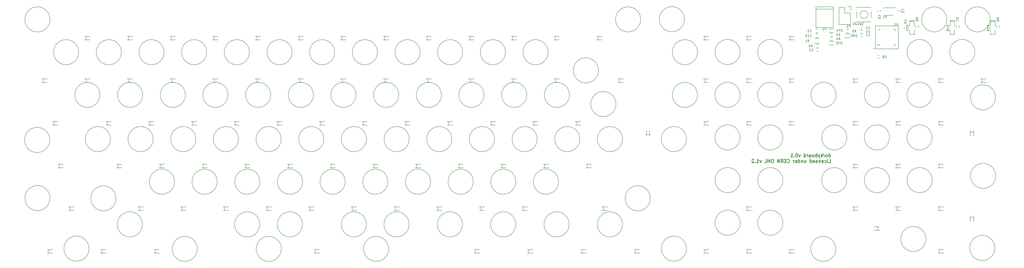
<source format=gbr>
G04 #@! TF.FileFunction,Legend,Bot*
%FSLAX46Y46*%
G04 Gerber Fmt 4.6, Leading zero omitted, Abs format (unit mm)*
G04 Created by KiCad (PCBNEW 4.0.4-stable) date Wed Dec 14 22:22:49 2016*
%MOMM*%
%LPD*%
G01*
G04 APERTURE LIST*
%ADD10C,0.100000*%
%ADD11C,0.200000*%
%ADD12C,0.300000*%
%ADD13C,0.250000*%
%ADD14C,0.150000*%
G04 APERTURE END LIST*
D10*
D11*
X249000000Y-268400000D02*
G75*
G03X249000000Y-268400000I-5600000J0D01*
G01*
X201200000Y-268400000D02*
G75*
G03X201200000Y-268400000I-5600000J0D01*
G01*
X350200000Y-203900000D02*
G75*
G03X350200000Y-203900000I-5600000J0D01*
G01*
X342400000Y-188900000D02*
G75*
G03X342400000Y-188900000I-5600000J0D01*
G01*
X127600000Y-245900000D02*
G75*
G03X127600000Y-245900000I-5600000J0D01*
G01*
X98100000Y-219900000D02*
G75*
G03X98100000Y-219900000I-5600000J0D01*
G01*
X98200000Y-245800000D02*
G75*
G03X98200000Y-245800000I-5600000J0D01*
G01*
X115600000Y-268300000D02*
G75*
G03X115600000Y-268300000I-5600000J0D01*
G01*
X365500000Y-245900000D02*
G75*
G03X365500000Y-245900000I-5600000J0D01*
G01*
X361200000Y-166200000D02*
G75*
G03X361200000Y-166200000I-5600000J0D01*
G01*
X380700000Y-166100000D02*
G75*
G03X380700000Y-166100000I-5600000J0D01*
G01*
X497500000Y-166200000D02*
G75*
G03X497500000Y-166200000I-5600000J0D01*
G01*
X516800000Y-166200000D02*
G75*
G03X516800000Y-166200000I-5600000J0D01*
G01*
X448100000Y-268400000D02*
G75*
G03X448100000Y-268400000I-5600000J0D01*
G01*
X405500000Y-256800000D02*
G75*
G03X405500000Y-256800000I-5600000J0D01*
G01*
X424500000Y-256800000D02*
G75*
G03X424500000Y-256800000I-5600000J0D01*
G01*
X405500000Y-237800000D02*
G75*
G03X405500000Y-237800000I-5600000J0D01*
G01*
X424500000Y-237800000D02*
G75*
G03X424500000Y-237800000I-5600000J0D01*
G01*
X424500000Y-218800000D02*
G75*
G03X424500000Y-218800000I-5600000J0D01*
G01*
X405500000Y-218800000D02*
G75*
G03X405500000Y-218800000I-5600000J0D01*
G01*
X139350000Y-257500000D02*
G75*
G03X139350000Y-257500000I-5600000J0D01*
G01*
X163800000Y-268400000D02*
G75*
G03X163800000Y-268400000I-5600000J0D01*
G01*
X191600000Y-257500000D02*
G75*
G03X191600000Y-257500000I-5600000J0D01*
G01*
X210600000Y-257500000D02*
G75*
G03X210600000Y-257500000I-5600000J0D01*
G01*
X239100000Y-257500000D02*
G75*
G03X239100000Y-257500000I-5600000J0D01*
G01*
X258100000Y-257500000D02*
G75*
G03X258100000Y-257500000I-5600000J0D01*
G01*
X281850000Y-257500000D02*
G75*
G03X281850000Y-257500000I-5600000J0D01*
G01*
X353100000Y-257500000D02*
G75*
G03X353100000Y-257500000I-5600000J0D01*
G01*
X329350000Y-257500000D02*
G75*
G03X329350000Y-257500000I-5600000J0D01*
G01*
X305600000Y-257500000D02*
G75*
G03X305600000Y-257500000I-5600000J0D01*
G01*
X324600000Y-238500000D02*
G75*
G03X324600000Y-238500000I-5600000J0D01*
G01*
X305600000Y-238500000D02*
G75*
G03X305600000Y-238500000I-5600000J0D01*
G01*
X286632000Y-238500000D02*
G75*
G03X286632000Y-238500000I-5600000J0D01*
G01*
X267632000Y-238500000D02*
G75*
G03X267632000Y-238500000I-5600000J0D01*
G01*
X248632000Y-238500000D02*
G75*
G03X248632000Y-238500000I-5600000J0D01*
G01*
X229632000Y-238500000D02*
G75*
G03X229632000Y-238500000I-5600000J0D01*
G01*
X210632000Y-238500000D02*
G75*
G03X210632000Y-238500000I-5600000J0D01*
G01*
X191632000Y-238500000D02*
G75*
G03X191632000Y-238500000I-5600000J0D01*
G01*
X172632000Y-238500000D02*
G75*
G03X172632000Y-238500000I-5600000J0D01*
G01*
X153632000Y-238500000D02*
G75*
G03X153632000Y-238500000I-5600000J0D01*
G01*
X518900000Y-268000000D02*
G75*
G03X518900000Y-268000000I-5600000J0D01*
G01*
X519300000Y-235900000D02*
G75*
G03X519300000Y-235900000I-5600000J0D01*
G01*
X488200893Y-264000000D02*
G75*
G03X488200893Y-264000000I-5600893J0D01*
G01*
X381600000Y-268300000D02*
G75*
G03X381600000Y-268300000I-5600000J0D01*
G01*
X452982000Y-237800000D02*
G75*
G03X452982000Y-237800000I-5600000J0D01*
G01*
X471982000Y-237800000D02*
G75*
G03X471982000Y-237800000I-5600000J0D01*
G01*
X452982000Y-218800000D02*
G75*
G03X452982000Y-218800000I-5600000J0D01*
G01*
X471982000Y-218800000D02*
G75*
G03X471982000Y-218800000I-5600000J0D01*
G01*
X490982000Y-237800000D02*
G75*
G03X490982000Y-237800000I-5600000J0D01*
G01*
X490982000Y-218800000D02*
G75*
G03X490982000Y-218800000I-5600000J0D01*
G01*
X381600000Y-219500000D02*
G75*
G03X381600000Y-219500000I-5600000J0D01*
G01*
X353132000Y-219516000D02*
G75*
G03X353132000Y-219516000I-5600000J0D01*
G01*
X334132000Y-219516000D02*
G75*
G03X334132000Y-219516000I-5600000J0D01*
G01*
X315132000Y-219516000D02*
G75*
G03X315132000Y-219516000I-5600000J0D01*
G01*
X296132000Y-219516000D02*
G75*
G03X296132000Y-219516000I-5600000J0D01*
G01*
X277132000Y-219516000D02*
G75*
G03X277132000Y-219516000I-5600000J0D01*
G01*
X258132000Y-219516000D02*
G75*
G03X258132000Y-219516000I-5600000J0D01*
G01*
X239132000Y-219516000D02*
G75*
G03X239132000Y-219516000I-5600000J0D01*
G01*
X220132000Y-219516000D02*
G75*
G03X220132000Y-219516000I-5600000J0D01*
G01*
X201132000Y-219516000D02*
G75*
G03X201132000Y-219516000I-5600000J0D01*
G01*
X182132000Y-219516000D02*
G75*
G03X182132000Y-219516000I-5600000J0D01*
G01*
X163132000Y-219516000D02*
G75*
G03X163132000Y-219516000I-5600000J0D01*
G01*
X125132000Y-219516000D02*
G75*
G03X125132000Y-219516000I-5600000J0D01*
G01*
X144132000Y-219516000D02*
G75*
G03X144132000Y-219516000I-5600000J0D01*
G01*
X519182000Y-200916000D02*
G75*
G03X519182000Y-200916000I-5600000J0D01*
G01*
X490982000Y-199816000D02*
G75*
G03X490982000Y-199816000I-5600000J0D01*
G01*
X471982000Y-199816000D02*
G75*
G03X471982000Y-199816000I-5600000J0D01*
G01*
X448232000Y-199816000D02*
G75*
G03X448232000Y-199816000I-5600000J0D01*
G01*
X424482000Y-199816000D02*
G75*
G03X424482000Y-199816000I-5600000J0D01*
G01*
X405482000Y-199816000D02*
G75*
G03X405482000Y-199816000I-5600000J0D01*
G01*
X386482000Y-199816000D02*
G75*
G03X386482000Y-199816000I-5600000J0D01*
G01*
X329482000Y-199816000D02*
G75*
G03X329482000Y-199816000I-5600000J0D01*
G01*
X310482000Y-199816000D02*
G75*
G03X310482000Y-199816000I-5600000J0D01*
G01*
X291482000Y-199816000D02*
G75*
G03X291482000Y-199816000I-5600000J0D01*
G01*
X272482000Y-199816000D02*
G75*
G03X272482000Y-199816000I-5600000J0D01*
G01*
X253482000Y-199816000D02*
G75*
G03X253482000Y-199816000I-5600000J0D01*
G01*
X234482000Y-199816000D02*
G75*
G03X234482000Y-199816000I-5600000J0D01*
G01*
X215482000Y-199816000D02*
G75*
G03X215482000Y-199816000I-5600000J0D01*
G01*
X196482000Y-199816000D02*
G75*
G03X196482000Y-199816000I-5600000J0D01*
G01*
X177482000Y-199816000D02*
G75*
G03X177482000Y-199816000I-5600000J0D01*
G01*
X158482000Y-199816000D02*
G75*
G03X158482000Y-199816000I-5600000J0D01*
G01*
X139482000Y-199816000D02*
G75*
G03X139482000Y-199816000I-5600000J0D01*
G01*
X120482000Y-199816000D02*
G75*
G03X120482000Y-199816000I-5600000J0D01*
G01*
X509982000Y-180716000D02*
G75*
G03X509982000Y-180716000I-5600000J0D01*
G01*
X490982000Y-180716000D02*
G75*
G03X490982000Y-180716000I-5600000J0D01*
G01*
X424482000Y-180716000D02*
G75*
G03X424482000Y-180716000I-5600000J0D01*
G01*
X405482000Y-180716000D02*
G75*
G03X405482000Y-180716000I-5600000J0D01*
G01*
X386482000Y-180816000D02*
G75*
G03X386482000Y-180816000I-5600000J0D01*
G01*
X319982000Y-180816000D02*
G75*
G03X319982000Y-180816000I-5600000J0D01*
G01*
X300982000Y-180816000D02*
G75*
G03X300982000Y-180816000I-5600000J0D01*
G01*
X281982000Y-180816000D02*
G75*
G03X281982000Y-180816000I-5600000J0D01*
G01*
X262982000Y-180816000D02*
G75*
G03X262982000Y-180816000I-5600000J0D01*
G01*
X110982000Y-180816000D02*
G75*
G03X110982000Y-180816000I-5600000J0D01*
G01*
X243982000Y-180816000D02*
G75*
G03X243982000Y-180816000I-5600000J0D01*
G01*
X224982000Y-180816000D02*
G75*
G03X224982000Y-180816000I-5600000J0D01*
G01*
X205982000Y-180816000D02*
G75*
G03X205982000Y-180816000I-5600000J0D01*
G01*
X186982000Y-180816000D02*
G75*
G03X186982000Y-180816000I-5600000J0D01*
G01*
X167982000Y-180816000D02*
G75*
G03X167982000Y-180816000I-5600000J0D01*
G01*
X148982000Y-180816000D02*
G75*
G03X148982000Y-180816000I-5600000J0D01*
G01*
X129982000Y-180816000D02*
G75*
G03X129982000Y-180816000I-5600000J0D01*
G01*
D12*
X445000000Y-227503571D02*
X445000000Y-226003571D01*
X445000000Y-227432143D02*
X445142857Y-227503571D01*
X445428571Y-227503571D01*
X445571429Y-227432143D01*
X445642857Y-227360714D01*
X445714286Y-227217857D01*
X445714286Y-226789286D01*
X445642857Y-226646429D01*
X445571429Y-226575000D01*
X445428571Y-226503571D01*
X445142857Y-226503571D01*
X445000000Y-226575000D01*
X444071428Y-227503571D02*
X444214286Y-227432143D01*
X444285714Y-227360714D01*
X444357143Y-227217857D01*
X444357143Y-226789286D01*
X444285714Y-226646429D01*
X444214286Y-226575000D01*
X444071428Y-226503571D01*
X443857143Y-226503571D01*
X443714286Y-226575000D01*
X443642857Y-226646429D01*
X443571428Y-226789286D01*
X443571428Y-227217857D01*
X443642857Y-227360714D01*
X443714286Y-227432143D01*
X443857143Y-227503571D01*
X444071428Y-227503571D01*
X442928571Y-227503571D02*
X442928571Y-226503571D01*
X442928571Y-226789286D02*
X442857143Y-226646429D01*
X442785714Y-226575000D01*
X442642857Y-226503571D01*
X442500000Y-226503571D01*
X442000000Y-227503571D02*
X442000000Y-226003571D01*
X441857143Y-226932143D02*
X441428572Y-227503571D01*
X441428572Y-226503571D02*
X442000000Y-227075000D01*
X440928571Y-226503571D02*
X440571428Y-227503571D01*
X440214286Y-226503571D02*
X440571428Y-227503571D01*
X440714286Y-227860714D01*
X440785714Y-227932143D01*
X440928571Y-228003571D01*
X439642857Y-227503571D02*
X439642857Y-226003571D01*
X439642857Y-226575000D02*
X439500000Y-226503571D01*
X439214286Y-226503571D01*
X439071429Y-226575000D01*
X439000000Y-226646429D01*
X438928571Y-226789286D01*
X438928571Y-227217857D01*
X439000000Y-227360714D01*
X439071429Y-227432143D01*
X439214286Y-227503571D01*
X439500000Y-227503571D01*
X439642857Y-227432143D01*
X438071428Y-227503571D02*
X438214286Y-227432143D01*
X438285714Y-227360714D01*
X438357143Y-227217857D01*
X438357143Y-226789286D01*
X438285714Y-226646429D01*
X438214286Y-226575000D01*
X438071428Y-226503571D01*
X437857143Y-226503571D01*
X437714286Y-226575000D01*
X437642857Y-226646429D01*
X437571428Y-226789286D01*
X437571428Y-227217857D01*
X437642857Y-227360714D01*
X437714286Y-227432143D01*
X437857143Y-227503571D01*
X438071428Y-227503571D01*
X436285714Y-227503571D02*
X436285714Y-226717857D01*
X436357143Y-226575000D01*
X436500000Y-226503571D01*
X436785714Y-226503571D01*
X436928571Y-226575000D01*
X436285714Y-227432143D02*
X436428571Y-227503571D01*
X436785714Y-227503571D01*
X436928571Y-227432143D01*
X437000000Y-227289286D01*
X437000000Y-227146429D01*
X436928571Y-227003571D01*
X436785714Y-226932143D01*
X436428571Y-226932143D01*
X436285714Y-226860714D01*
X435571428Y-227503571D02*
X435571428Y-226503571D01*
X435571428Y-226789286D02*
X435500000Y-226646429D01*
X435428571Y-226575000D01*
X435285714Y-226503571D01*
X435142857Y-226503571D01*
X434000000Y-227503571D02*
X434000000Y-226003571D01*
X434000000Y-227432143D02*
X434142857Y-227503571D01*
X434428571Y-227503571D01*
X434571429Y-227432143D01*
X434642857Y-227360714D01*
X434714286Y-227217857D01*
X434714286Y-226789286D01*
X434642857Y-226646429D01*
X434571429Y-226575000D01*
X434428571Y-226503571D01*
X434142857Y-226503571D01*
X434000000Y-226575000D01*
X432285714Y-226503571D02*
X431928571Y-227503571D01*
X431571429Y-226503571D01*
X430714286Y-226003571D02*
X430571429Y-226003571D01*
X430428572Y-226075000D01*
X430357143Y-226146429D01*
X430285714Y-226289286D01*
X430214286Y-226575000D01*
X430214286Y-226932143D01*
X430285714Y-227217857D01*
X430357143Y-227360714D01*
X430428572Y-227432143D01*
X430571429Y-227503571D01*
X430714286Y-227503571D01*
X430857143Y-227432143D01*
X430928572Y-227360714D01*
X431000000Y-227217857D01*
X431071429Y-226932143D01*
X431071429Y-226575000D01*
X431000000Y-226289286D01*
X430928572Y-226146429D01*
X430857143Y-226075000D01*
X430714286Y-226003571D01*
X429571429Y-227360714D02*
X429500001Y-227432143D01*
X429571429Y-227503571D01*
X429642858Y-227432143D01*
X429571429Y-227360714D01*
X429571429Y-227503571D01*
X428071429Y-227503571D02*
X428928572Y-227503571D01*
X428500000Y-227503571D02*
X428500000Y-226003571D01*
X428642857Y-226217857D01*
X428785715Y-226360714D01*
X428928572Y-226432143D01*
X444928571Y-230053571D02*
X445642857Y-230053571D01*
X445642857Y-228553571D01*
X444428571Y-230053571D02*
X444428571Y-229053571D01*
X444428571Y-228553571D02*
X444500000Y-228625000D01*
X444428571Y-228696429D01*
X444357143Y-228625000D01*
X444428571Y-228553571D01*
X444428571Y-228696429D01*
X443071428Y-229982143D02*
X443214285Y-230053571D01*
X443499999Y-230053571D01*
X443642857Y-229982143D01*
X443714285Y-229910714D01*
X443785714Y-229767857D01*
X443785714Y-229339286D01*
X443714285Y-229196429D01*
X443642857Y-229125000D01*
X443499999Y-229053571D01*
X443214285Y-229053571D01*
X443071428Y-229125000D01*
X441857143Y-229982143D02*
X442000000Y-230053571D01*
X442285714Y-230053571D01*
X442428571Y-229982143D01*
X442500000Y-229839286D01*
X442500000Y-229267857D01*
X442428571Y-229125000D01*
X442285714Y-229053571D01*
X442000000Y-229053571D01*
X441857143Y-229125000D01*
X441785714Y-229267857D01*
X441785714Y-229410714D01*
X442500000Y-229553571D01*
X441142857Y-229053571D02*
X441142857Y-230053571D01*
X441142857Y-229196429D02*
X441071429Y-229125000D01*
X440928571Y-229053571D01*
X440714286Y-229053571D01*
X440571429Y-229125000D01*
X440500000Y-229267857D01*
X440500000Y-230053571D01*
X439857143Y-229982143D02*
X439714286Y-230053571D01*
X439428571Y-230053571D01*
X439285714Y-229982143D01*
X439214286Y-229839286D01*
X439214286Y-229767857D01*
X439285714Y-229625000D01*
X439428571Y-229553571D01*
X439642857Y-229553571D01*
X439785714Y-229482143D01*
X439857143Y-229339286D01*
X439857143Y-229267857D01*
X439785714Y-229125000D01*
X439642857Y-229053571D01*
X439428571Y-229053571D01*
X439285714Y-229125000D01*
X438000000Y-229982143D02*
X438142857Y-230053571D01*
X438428571Y-230053571D01*
X438571428Y-229982143D01*
X438642857Y-229839286D01*
X438642857Y-229267857D01*
X438571428Y-229125000D01*
X438428571Y-229053571D01*
X438142857Y-229053571D01*
X438000000Y-229125000D01*
X437928571Y-229267857D01*
X437928571Y-229410714D01*
X438642857Y-229553571D01*
X436642857Y-230053571D02*
X436642857Y-228553571D01*
X436642857Y-229982143D02*
X436785714Y-230053571D01*
X437071428Y-230053571D01*
X437214286Y-229982143D01*
X437285714Y-229910714D01*
X437357143Y-229767857D01*
X437357143Y-229339286D01*
X437285714Y-229196429D01*
X437214286Y-229125000D01*
X437071428Y-229053571D01*
X436785714Y-229053571D01*
X436642857Y-229125000D01*
X434142857Y-229053571D02*
X434142857Y-230053571D01*
X434785714Y-229053571D02*
X434785714Y-229839286D01*
X434714286Y-229982143D01*
X434571428Y-230053571D01*
X434357143Y-230053571D01*
X434214286Y-229982143D01*
X434142857Y-229910714D01*
X433428571Y-229053571D02*
X433428571Y-230053571D01*
X433428571Y-229196429D02*
X433357143Y-229125000D01*
X433214285Y-229053571D01*
X433000000Y-229053571D01*
X432857143Y-229125000D01*
X432785714Y-229267857D01*
X432785714Y-230053571D01*
X431428571Y-230053571D02*
X431428571Y-228553571D01*
X431428571Y-229982143D02*
X431571428Y-230053571D01*
X431857142Y-230053571D01*
X432000000Y-229982143D01*
X432071428Y-229910714D01*
X432142857Y-229767857D01*
X432142857Y-229339286D01*
X432071428Y-229196429D01*
X432000000Y-229125000D01*
X431857142Y-229053571D01*
X431571428Y-229053571D01*
X431428571Y-229125000D01*
X430142857Y-229982143D02*
X430285714Y-230053571D01*
X430571428Y-230053571D01*
X430714285Y-229982143D01*
X430785714Y-229839286D01*
X430785714Y-229267857D01*
X430714285Y-229125000D01*
X430571428Y-229053571D01*
X430285714Y-229053571D01*
X430142857Y-229125000D01*
X430071428Y-229267857D01*
X430071428Y-229410714D01*
X430785714Y-229553571D01*
X429428571Y-230053571D02*
X429428571Y-229053571D01*
X429428571Y-229339286D02*
X429357143Y-229196429D01*
X429285714Y-229125000D01*
X429142857Y-229053571D01*
X429000000Y-229053571D01*
X426500000Y-229910714D02*
X426571429Y-229982143D01*
X426785715Y-230053571D01*
X426928572Y-230053571D01*
X427142857Y-229982143D01*
X427285715Y-229839286D01*
X427357143Y-229696429D01*
X427428572Y-229410714D01*
X427428572Y-229196429D01*
X427357143Y-228910714D01*
X427285715Y-228767857D01*
X427142857Y-228625000D01*
X426928572Y-228553571D01*
X426785715Y-228553571D01*
X426571429Y-228625000D01*
X426500000Y-228696429D01*
X425857143Y-229267857D02*
X425357143Y-229267857D01*
X425142857Y-230053571D02*
X425857143Y-230053571D01*
X425857143Y-228553571D01*
X425142857Y-228553571D01*
X423642857Y-230053571D02*
X424142857Y-229339286D01*
X424500000Y-230053571D02*
X424500000Y-228553571D01*
X423928572Y-228553571D01*
X423785714Y-228625000D01*
X423714286Y-228696429D01*
X423642857Y-228839286D01*
X423642857Y-229053571D01*
X423714286Y-229196429D01*
X423785714Y-229267857D01*
X423928572Y-229339286D01*
X424500000Y-229339286D01*
X423000000Y-230053571D02*
X423000000Y-228553571D01*
X422142857Y-230053571D01*
X422142857Y-228553571D01*
X420000000Y-228553571D02*
X419714286Y-228553571D01*
X419571428Y-228625000D01*
X419428571Y-228767857D01*
X419357143Y-229053571D01*
X419357143Y-229553571D01*
X419428571Y-229839286D01*
X419571428Y-229982143D01*
X419714286Y-230053571D01*
X420000000Y-230053571D01*
X420142857Y-229982143D01*
X420285714Y-229839286D01*
X420357143Y-229553571D01*
X420357143Y-229053571D01*
X420285714Y-228767857D01*
X420142857Y-228625000D01*
X420000000Y-228553571D01*
X418714285Y-230053571D02*
X418714285Y-228553571D01*
X418714285Y-229267857D02*
X417857142Y-229267857D01*
X417857142Y-230053571D02*
X417857142Y-228553571D01*
X416428570Y-230053571D02*
X417142856Y-230053571D01*
X417142856Y-228553571D01*
X414928570Y-229053571D02*
X414571427Y-230053571D01*
X414214285Y-229053571D01*
X412857142Y-230053571D02*
X413714285Y-230053571D01*
X413285713Y-230053571D02*
X413285713Y-228553571D01*
X413428570Y-228767857D01*
X413571428Y-228910714D01*
X413714285Y-228982143D01*
X412214285Y-229910714D02*
X412142857Y-229982143D01*
X412214285Y-230053571D01*
X412285714Y-229982143D01*
X412214285Y-229910714D01*
X412214285Y-230053571D01*
X411571428Y-228696429D02*
X411499999Y-228625000D01*
X411357142Y-228553571D01*
X410999999Y-228553571D01*
X410857142Y-228625000D01*
X410785713Y-228696429D01*
X410714285Y-228839286D01*
X410714285Y-228982143D01*
X410785713Y-229196429D01*
X411642856Y-230053571D01*
X410714285Y-230053571D01*
D11*
X98200000Y-166200000D02*
G75*
G03X98200000Y-166200000I-5600000J0D01*
G01*
D13*
X465250000Y-179100000D02*
G75*
G03X465250000Y-179100000I-100000J0D01*
G01*
X466750000Y-177600000D02*
G75*
G03X466750000Y-177600000I-100000J0D01*
G01*
D14*
X475950000Y-169100000D02*
X475950000Y-179300000D01*
X475950000Y-179300000D02*
X465750000Y-179300000D01*
X465750000Y-179300000D02*
X465750000Y-169100000D01*
X465750000Y-169100000D02*
X475950000Y-169100000D01*
X467950000Y-170600000D02*
X467250000Y-170600000D01*
X467250000Y-170600000D02*
X467250000Y-171300000D01*
X474450000Y-171400000D02*
X474450000Y-170600000D01*
X474450000Y-170600000D02*
X473750000Y-170600000D01*
X473750000Y-177800000D02*
X474450000Y-177800000D01*
X474450000Y-177800000D02*
X474450000Y-177100000D01*
X467250000Y-177100000D02*
X467250000Y-177800000D01*
X467250000Y-177800000D02*
X467950000Y-177800000D01*
D11*
X114286000Y-175302000D02*
X114286000Y-173702000D01*
X115886000Y-173902000D02*
X115886000Y-173702000D01*
X115886000Y-173702000D02*
X113686000Y-173702000D01*
X113686000Y-173702000D02*
X113686000Y-173902000D01*
X113686000Y-175302000D02*
X113686000Y-175102000D01*
X113686000Y-175302000D02*
X115886000Y-175302000D01*
X115886000Y-175302000D02*
X115886000Y-175102000D01*
X133286000Y-175302000D02*
X133286000Y-173702000D01*
X134886000Y-173902000D02*
X134886000Y-173702000D01*
X134886000Y-173702000D02*
X132686000Y-173702000D01*
X132686000Y-173702000D02*
X132686000Y-173902000D01*
X132686000Y-175302000D02*
X132686000Y-175102000D01*
X132686000Y-175302000D02*
X134886000Y-175302000D01*
X134886000Y-175302000D02*
X134886000Y-175102000D01*
X152286000Y-175302000D02*
X152286000Y-173702000D01*
X153886000Y-173902000D02*
X153886000Y-173702000D01*
X153886000Y-173702000D02*
X151686000Y-173702000D01*
X151686000Y-173702000D02*
X151686000Y-173902000D01*
X151686000Y-175302000D02*
X151686000Y-175102000D01*
X151686000Y-175302000D02*
X153886000Y-175302000D01*
X153886000Y-175302000D02*
X153886000Y-175102000D01*
X171286000Y-175302000D02*
X171286000Y-173702000D01*
X172886000Y-173902000D02*
X172886000Y-173702000D01*
X172886000Y-173702000D02*
X170686000Y-173702000D01*
X170686000Y-173702000D02*
X170686000Y-173902000D01*
X170686000Y-175302000D02*
X170686000Y-175102000D01*
X170686000Y-175302000D02*
X172886000Y-175302000D01*
X172886000Y-175302000D02*
X172886000Y-175102000D01*
X190286000Y-175302000D02*
X190286000Y-173702000D01*
X191886000Y-173902000D02*
X191886000Y-173702000D01*
X191886000Y-173702000D02*
X189686000Y-173702000D01*
X189686000Y-173702000D02*
X189686000Y-173902000D01*
X189686000Y-175302000D02*
X189686000Y-175102000D01*
X189686000Y-175302000D02*
X191886000Y-175302000D01*
X191886000Y-175302000D02*
X191886000Y-175102000D01*
X209286000Y-175302000D02*
X209286000Y-173702000D01*
X210886000Y-173902000D02*
X210886000Y-173702000D01*
X210886000Y-173702000D02*
X208686000Y-173702000D01*
X208686000Y-173702000D02*
X208686000Y-173902000D01*
X208686000Y-175302000D02*
X208686000Y-175102000D01*
X208686000Y-175302000D02*
X210886000Y-175302000D01*
X210886000Y-175302000D02*
X210886000Y-175102000D01*
X228286000Y-175302000D02*
X228286000Y-173702000D01*
X229886000Y-173902000D02*
X229886000Y-173702000D01*
X229886000Y-173702000D02*
X227686000Y-173702000D01*
X227686000Y-173702000D02*
X227686000Y-173902000D01*
X227686000Y-175302000D02*
X227686000Y-175102000D01*
X227686000Y-175302000D02*
X229886000Y-175302000D01*
X229886000Y-175302000D02*
X229886000Y-175102000D01*
X247286000Y-175302000D02*
X247286000Y-173702000D01*
X248886000Y-173902000D02*
X248886000Y-173702000D01*
X248886000Y-173702000D02*
X246686000Y-173702000D01*
X246686000Y-173702000D02*
X246686000Y-173902000D01*
X246686000Y-175302000D02*
X246686000Y-175102000D01*
X246686000Y-175302000D02*
X248886000Y-175302000D01*
X248886000Y-175302000D02*
X248886000Y-175102000D01*
X266286000Y-175302000D02*
X266286000Y-173702000D01*
X267886000Y-173902000D02*
X267886000Y-173702000D01*
X267886000Y-173702000D02*
X265686000Y-173702000D01*
X265686000Y-173702000D02*
X265686000Y-173902000D01*
X265686000Y-175302000D02*
X265686000Y-175102000D01*
X265686000Y-175302000D02*
X267886000Y-175302000D01*
X267886000Y-175302000D02*
X267886000Y-175102000D01*
X285286000Y-175302000D02*
X285286000Y-173702000D01*
X286886000Y-173902000D02*
X286886000Y-173702000D01*
X286886000Y-173702000D02*
X284686000Y-173702000D01*
X284686000Y-173702000D02*
X284686000Y-173902000D01*
X284686000Y-175302000D02*
X284686000Y-175102000D01*
X284686000Y-175302000D02*
X286886000Y-175302000D01*
X286886000Y-175302000D02*
X286886000Y-175102000D01*
X304286000Y-175302000D02*
X304286000Y-173702000D01*
X305886000Y-173902000D02*
X305886000Y-173702000D01*
X305886000Y-173702000D02*
X303686000Y-173702000D01*
X303686000Y-173702000D02*
X303686000Y-173902000D01*
X303686000Y-175302000D02*
X303686000Y-175102000D01*
X303686000Y-175302000D02*
X305886000Y-175302000D01*
X305886000Y-175302000D02*
X305886000Y-175102000D01*
X323286000Y-175302000D02*
X323286000Y-173702000D01*
X324886000Y-173902000D02*
X324886000Y-173702000D01*
X324886000Y-173702000D02*
X322686000Y-173702000D01*
X322686000Y-173702000D02*
X322686000Y-173902000D01*
X322686000Y-175302000D02*
X322686000Y-175102000D01*
X322686000Y-175302000D02*
X324886000Y-175302000D01*
X324886000Y-175302000D02*
X324886000Y-175102000D01*
X342286000Y-175302000D02*
X342286000Y-173702000D01*
X343886000Y-173902000D02*
X343886000Y-173702000D01*
X343886000Y-173702000D02*
X341686000Y-173702000D01*
X341686000Y-173702000D02*
X341686000Y-173902000D01*
X341686000Y-175302000D02*
X341686000Y-175102000D01*
X341686000Y-175302000D02*
X343886000Y-175302000D01*
X343886000Y-175302000D02*
X343886000Y-175102000D01*
X351786000Y-194302000D02*
X351786000Y-192702000D01*
X353386000Y-192902000D02*
X353386000Y-192702000D01*
X353386000Y-192702000D02*
X351186000Y-192702000D01*
X351186000Y-192702000D02*
X351186000Y-192902000D01*
X351186000Y-194302000D02*
X351186000Y-194102000D01*
X351186000Y-194302000D02*
X353386000Y-194302000D01*
X353386000Y-194302000D02*
X353386000Y-194102000D01*
X389786000Y-175302000D02*
X389786000Y-173702000D01*
X391386000Y-173902000D02*
X391386000Y-173702000D01*
X391386000Y-173702000D02*
X389186000Y-173702000D01*
X389186000Y-173702000D02*
X389186000Y-173902000D01*
X389186000Y-175302000D02*
X389186000Y-175102000D01*
X389186000Y-175302000D02*
X391386000Y-175302000D01*
X391386000Y-175302000D02*
X391386000Y-175102000D01*
X408786000Y-175302000D02*
X408786000Y-173702000D01*
X410386000Y-173902000D02*
X410386000Y-173702000D01*
X410386000Y-173702000D02*
X408186000Y-173702000D01*
X408186000Y-173702000D02*
X408186000Y-173902000D01*
X408186000Y-175302000D02*
X408186000Y-175102000D01*
X408186000Y-175302000D02*
X410386000Y-175302000D01*
X410386000Y-175302000D02*
X410386000Y-175102000D01*
X427786000Y-175302000D02*
X427786000Y-173702000D01*
X429386000Y-173902000D02*
X429386000Y-173702000D01*
X429386000Y-173702000D02*
X427186000Y-173702000D01*
X427186000Y-173702000D02*
X427186000Y-173902000D01*
X427186000Y-175302000D02*
X427186000Y-175102000D01*
X427186000Y-175302000D02*
X429386000Y-175302000D01*
X429386000Y-175302000D02*
X429386000Y-175102000D01*
X95286000Y-194302000D02*
X95286000Y-192702000D01*
X96886000Y-192902000D02*
X96886000Y-192702000D01*
X96886000Y-192702000D02*
X94686000Y-192702000D01*
X94686000Y-192702000D02*
X94686000Y-192902000D01*
X94686000Y-194302000D02*
X94686000Y-194102000D01*
X94686000Y-194302000D02*
X96886000Y-194302000D01*
X96886000Y-194302000D02*
X96886000Y-194102000D01*
X114286000Y-194302000D02*
X114286000Y-192702000D01*
X115886000Y-192902000D02*
X115886000Y-192702000D01*
X115886000Y-192702000D02*
X113686000Y-192702000D01*
X113686000Y-192702000D02*
X113686000Y-192902000D01*
X113686000Y-194302000D02*
X113686000Y-194102000D01*
X113686000Y-194302000D02*
X115886000Y-194302000D01*
X115886000Y-194302000D02*
X115886000Y-194102000D01*
X133286000Y-194302000D02*
X133286000Y-192702000D01*
X134886000Y-192902000D02*
X134886000Y-192702000D01*
X134886000Y-192702000D02*
X132686000Y-192702000D01*
X132686000Y-192702000D02*
X132686000Y-192902000D01*
X132686000Y-194302000D02*
X132686000Y-194102000D01*
X132686000Y-194302000D02*
X134886000Y-194302000D01*
X134886000Y-194302000D02*
X134886000Y-194102000D01*
X152286000Y-194302000D02*
X152286000Y-192702000D01*
X153886000Y-192902000D02*
X153886000Y-192702000D01*
X153886000Y-192702000D02*
X151686000Y-192702000D01*
X151686000Y-192702000D02*
X151686000Y-192902000D01*
X151686000Y-194302000D02*
X151686000Y-194102000D01*
X151686000Y-194302000D02*
X153886000Y-194302000D01*
X153886000Y-194302000D02*
X153886000Y-194102000D01*
X171286000Y-194302000D02*
X171286000Y-192702000D01*
X172886000Y-192902000D02*
X172886000Y-192702000D01*
X172886000Y-192702000D02*
X170686000Y-192702000D01*
X170686000Y-192702000D02*
X170686000Y-192902000D01*
X170686000Y-194302000D02*
X170686000Y-194102000D01*
X170686000Y-194302000D02*
X172886000Y-194302000D01*
X172886000Y-194302000D02*
X172886000Y-194102000D01*
X190286000Y-194302000D02*
X190286000Y-192702000D01*
X191886000Y-192902000D02*
X191886000Y-192702000D01*
X191886000Y-192702000D02*
X189686000Y-192702000D01*
X189686000Y-192702000D02*
X189686000Y-192902000D01*
X189686000Y-194302000D02*
X189686000Y-194102000D01*
X189686000Y-194302000D02*
X191886000Y-194302000D01*
X191886000Y-194302000D02*
X191886000Y-194102000D01*
X209286000Y-194302000D02*
X209286000Y-192702000D01*
X210886000Y-192902000D02*
X210886000Y-192702000D01*
X210886000Y-192702000D02*
X208686000Y-192702000D01*
X208686000Y-192702000D02*
X208686000Y-192902000D01*
X208686000Y-194302000D02*
X208686000Y-194102000D01*
X208686000Y-194302000D02*
X210886000Y-194302000D01*
X210886000Y-194302000D02*
X210886000Y-194102000D01*
X228286000Y-194302000D02*
X228286000Y-192702000D01*
X229886000Y-192902000D02*
X229886000Y-192702000D01*
X229886000Y-192702000D02*
X227686000Y-192702000D01*
X227686000Y-192702000D02*
X227686000Y-192902000D01*
X227686000Y-194302000D02*
X227686000Y-194102000D01*
X227686000Y-194302000D02*
X229886000Y-194302000D01*
X229886000Y-194302000D02*
X229886000Y-194102000D01*
X247286000Y-194302000D02*
X247286000Y-192702000D01*
X248886000Y-192902000D02*
X248886000Y-192702000D01*
X248886000Y-192702000D02*
X246686000Y-192702000D01*
X246686000Y-192702000D02*
X246686000Y-192902000D01*
X246686000Y-194302000D02*
X246686000Y-194102000D01*
X246686000Y-194302000D02*
X248886000Y-194302000D01*
X248886000Y-194302000D02*
X248886000Y-194102000D01*
X266286000Y-194302000D02*
X266286000Y-192702000D01*
X267886000Y-192902000D02*
X267886000Y-192702000D01*
X267886000Y-192702000D02*
X265686000Y-192702000D01*
X265686000Y-192702000D02*
X265686000Y-192902000D01*
X265686000Y-194302000D02*
X265686000Y-194102000D01*
X265686000Y-194302000D02*
X267886000Y-194302000D01*
X267886000Y-194302000D02*
X267886000Y-194102000D01*
X285286000Y-194302000D02*
X285286000Y-192702000D01*
X286886000Y-192902000D02*
X286886000Y-192702000D01*
X286886000Y-192702000D02*
X284686000Y-192702000D01*
X284686000Y-192702000D02*
X284686000Y-192902000D01*
X284686000Y-194302000D02*
X284686000Y-194102000D01*
X284686000Y-194302000D02*
X286886000Y-194302000D01*
X286886000Y-194302000D02*
X286886000Y-194102000D01*
X304286000Y-194302000D02*
X304286000Y-192702000D01*
X305886000Y-192902000D02*
X305886000Y-192702000D01*
X305886000Y-192702000D02*
X303686000Y-192702000D01*
X303686000Y-192702000D02*
X303686000Y-192902000D01*
X303686000Y-194302000D02*
X303686000Y-194102000D01*
X303686000Y-194302000D02*
X305886000Y-194302000D01*
X305886000Y-194302000D02*
X305886000Y-194102000D01*
X323286000Y-194302000D02*
X323286000Y-192702000D01*
X324886000Y-192902000D02*
X324886000Y-192702000D01*
X324886000Y-192702000D02*
X322686000Y-192702000D01*
X322686000Y-192702000D02*
X322686000Y-192902000D01*
X322686000Y-194302000D02*
X322686000Y-194102000D01*
X322686000Y-194302000D02*
X324886000Y-194302000D01*
X324886000Y-194302000D02*
X324886000Y-194102000D01*
X389786000Y-194302000D02*
X389786000Y-192702000D01*
X391386000Y-192902000D02*
X391386000Y-192702000D01*
X391386000Y-192702000D02*
X389186000Y-192702000D01*
X389186000Y-192702000D02*
X389186000Y-192902000D01*
X389186000Y-194302000D02*
X389186000Y-194102000D01*
X389186000Y-194302000D02*
X391386000Y-194302000D01*
X391386000Y-194302000D02*
X391386000Y-194102000D01*
X408786000Y-194302000D02*
X408786000Y-192702000D01*
X410386000Y-192902000D02*
X410386000Y-192702000D01*
X410386000Y-192702000D02*
X408186000Y-192702000D01*
X408186000Y-192702000D02*
X408186000Y-192902000D01*
X408186000Y-194302000D02*
X408186000Y-194102000D01*
X408186000Y-194302000D02*
X410386000Y-194302000D01*
X410386000Y-194302000D02*
X410386000Y-194102000D01*
X427786000Y-194302000D02*
X427786000Y-192702000D01*
X429386000Y-192902000D02*
X429386000Y-192702000D01*
X429386000Y-192702000D02*
X427186000Y-192702000D01*
X427186000Y-192702000D02*
X427186000Y-192902000D01*
X427186000Y-194302000D02*
X427186000Y-194102000D01*
X427186000Y-194302000D02*
X429386000Y-194302000D01*
X429386000Y-194302000D02*
X429386000Y-194102000D01*
X456286000Y-194302000D02*
X456286000Y-192702000D01*
X457886000Y-192902000D02*
X457886000Y-192702000D01*
X457886000Y-192702000D02*
X455686000Y-192702000D01*
X455686000Y-192702000D02*
X455686000Y-192902000D01*
X455686000Y-194302000D02*
X455686000Y-194102000D01*
X455686000Y-194302000D02*
X457886000Y-194302000D01*
X457886000Y-194302000D02*
X457886000Y-194102000D01*
X475286000Y-194302000D02*
X475286000Y-192702000D01*
X476886000Y-192902000D02*
X476886000Y-192702000D01*
X476886000Y-192702000D02*
X474686000Y-192702000D01*
X474686000Y-192702000D02*
X474686000Y-192902000D01*
X474686000Y-194302000D02*
X474686000Y-194102000D01*
X474686000Y-194302000D02*
X476886000Y-194302000D01*
X476886000Y-194302000D02*
X476886000Y-194102000D01*
X494286000Y-194302000D02*
X494286000Y-192702000D01*
X495886000Y-192902000D02*
X495886000Y-192702000D01*
X495886000Y-192702000D02*
X493686000Y-192702000D01*
X493686000Y-192702000D02*
X493686000Y-192902000D01*
X493686000Y-194302000D02*
X493686000Y-194102000D01*
X493686000Y-194302000D02*
X495886000Y-194302000D01*
X495886000Y-194302000D02*
X495886000Y-194102000D01*
X513286000Y-194302000D02*
X513286000Y-192702000D01*
X514886000Y-192902000D02*
X514886000Y-192702000D01*
X514886000Y-192702000D02*
X512686000Y-192702000D01*
X512686000Y-192702000D02*
X512686000Y-192902000D01*
X512686000Y-194302000D02*
X512686000Y-194102000D01*
X512686000Y-194302000D02*
X514886000Y-194302000D01*
X514886000Y-194302000D02*
X514886000Y-194102000D01*
X100036000Y-213302000D02*
X100036000Y-211702000D01*
X101636000Y-211902000D02*
X101636000Y-211702000D01*
X101636000Y-211702000D02*
X99436000Y-211702000D01*
X99436000Y-211702000D02*
X99436000Y-211902000D01*
X99436000Y-213302000D02*
X99436000Y-213102000D01*
X99436000Y-213302000D02*
X101636000Y-213302000D01*
X101636000Y-213302000D02*
X101636000Y-213102000D01*
X123786000Y-213302000D02*
X123786000Y-211702000D01*
X125386000Y-211902000D02*
X125386000Y-211702000D01*
X125386000Y-211702000D02*
X123186000Y-211702000D01*
X123186000Y-211702000D02*
X123186000Y-211902000D01*
X123186000Y-213302000D02*
X123186000Y-213102000D01*
X123186000Y-213302000D02*
X125386000Y-213302000D01*
X125386000Y-213302000D02*
X125386000Y-213102000D01*
X142786000Y-213302000D02*
X142786000Y-211702000D01*
X144386000Y-211902000D02*
X144386000Y-211702000D01*
X144386000Y-211702000D02*
X142186000Y-211702000D01*
X142186000Y-211702000D02*
X142186000Y-211902000D01*
X142186000Y-213302000D02*
X142186000Y-213102000D01*
X142186000Y-213302000D02*
X144386000Y-213302000D01*
X144386000Y-213302000D02*
X144386000Y-213102000D01*
X161786000Y-213302000D02*
X161786000Y-211702000D01*
X163386000Y-211902000D02*
X163386000Y-211702000D01*
X163386000Y-211702000D02*
X161186000Y-211702000D01*
X161186000Y-211702000D02*
X161186000Y-211902000D01*
X161186000Y-213302000D02*
X161186000Y-213102000D01*
X161186000Y-213302000D02*
X163386000Y-213302000D01*
X163386000Y-213302000D02*
X163386000Y-213102000D01*
X180786000Y-213302000D02*
X180786000Y-211702000D01*
X182386000Y-211902000D02*
X182386000Y-211702000D01*
X182386000Y-211702000D02*
X180186000Y-211702000D01*
X180186000Y-211702000D02*
X180186000Y-211902000D01*
X180186000Y-213302000D02*
X180186000Y-213102000D01*
X180186000Y-213302000D02*
X182386000Y-213302000D01*
X182386000Y-213302000D02*
X182386000Y-213102000D01*
X199786000Y-213302000D02*
X199786000Y-211702000D01*
X201386000Y-211902000D02*
X201386000Y-211702000D01*
X201386000Y-211702000D02*
X199186000Y-211702000D01*
X199186000Y-211702000D02*
X199186000Y-211902000D01*
X199186000Y-213302000D02*
X199186000Y-213102000D01*
X199186000Y-213302000D02*
X201386000Y-213302000D01*
X201386000Y-213302000D02*
X201386000Y-213102000D01*
X218786000Y-213302000D02*
X218786000Y-211702000D01*
X220386000Y-211902000D02*
X220386000Y-211702000D01*
X220386000Y-211702000D02*
X218186000Y-211702000D01*
X218186000Y-211702000D02*
X218186000Y-211902000D01*
X218186000Y-213302000D02*
X218186000Y-213102000D01*
X218186000Y-213302000D02*
X220386000Y-213302000D01*
X220386000Y-213302000D02*
X220386000Y-213102000D01*
X237786000Y-213302000D02*
X237786000Y-211702000D01*
X239386000Y-211902000D02*
X239386000Y-211702000D01*
X239386000Y-211702000D02*
X237186000Y-211702000D01*
X237186000Y-211702000D02*
X237186000Y-211902000D01*
X237186000Y-213302000D02*
X237186000Y-213102000D01*
X237186000Y-213302000D02*
X239386000Y-213302000D01*
X239386000Y-213302000D02*
X239386000Y-213102000D01*
X256786000Y-213302000D02*
X256786000Y-211702000D01*
X258386000Y-211902000D02*
X258386000Y-211702000D01*
X258386000Y-211702000D02*
X256186000Y-211702000D01*
X256186000Y-211702000D02*
X256186000Y-211902000D01*
X256186000Y-213302000D02*
X256186000Y-213102000D01*
X256186000Y-213302000D02*
X258386000Y-213302000D01*
X258386000Y-213302000D02*
X258386000Y-213102000D01*
X275786000Y-213302000D02*
X275786000Y-211702000D01*
X277386000Y-211902000D02*
X277386000Y-211702000D01*
X277386000Y-211702000D02*
X275186000Y-211702000D01*
X275186000Y-211702000D02*
X275186000Y-211902000D01*
X275186000Y-213302000D02*
X275186000Y-213102000D01*
X275186000Y-213302000D02*
X277386000Y-213302000D01*
X277386000Y-213302000D02*
X277386000Y-213102000D01*
X294786000Y-213302000D02*
X294786000Y-211702000D01*
X296386000Y-211902000D02*
X296386000Y-211702000D01*
X296386000Y-211702000D02*
X294186000Y-211702000D01*
X294186000Y-211702000D02*
X294186000Y-211902000D01*
X294186000Y-213302000D02*
X294186000Y-213102000D01*
X294186000Y-213302000D02*
X296386000Y-213302000D01*
X296386000Y-213302000D02*
X296386000Y-213102000D01*
X313786000Y-213302000D02*
X313786000Y-211702000D01*
X315386000Y-211902000D02*
X315386000Y-211702000D01*
X315386000Y-211702000D02*
X313186000Y-211702000D01*
X313186000Y-211702000D02*
X313186000Y-211902000D01*
X313186000Y-213302000D02*
X313186000Y-213102000D01*
X313186000Y-213302000D02*
X315386000Y-213302000D01*
X315386000Y-213302000D02*
X315386000Y-213102000D01*
X332786000Y-213302000D02*
X332786000Y-211702000D01*
X334386000Y-211902000D02*
X334386000Y-211702000D01*
X334386000Y-211702000D02*
X332186000Y-211702000D01*
X332186000Y-211702000D02*
X332186000Y-211902000D01*
X332186000Y-213302000D02*
X332186000Y-213102000D01*
X332186000Y-213302000D02*
X334386000Y-213302000D01*
X334386000Y-213302000D02*
X334386000Y-213102000D01*
X389786000Y-213302000D02*
X389786000Y-211702000D01*
X391386000Y-211902000D02*
X391386000Y-211702000D01*
X391386000Y-211702000D02*
X389186000Y-211702000D01*
X389186000Y-211702000D02*
X389186000Y-211902000D01*
X389186000Y-213302000D02*
X389186000Y-213102000D01*
X389186000Y-213302000D02*
X391386000Y-213302000D01*
X391386000Y-213302000D02*
X391386000Y-213102000D01*
X408786000Y-213302000D02*
X408786000Y-211702000D01*
X410386000Y-211902000D02*
X410386000Y-211702000D01*
X410386000Y-211702000D02*
X408186000Y-211702000D01*
X408186000Y-211702000D02*
X408186000Y-211902000D01*
X408186000Y-213302000D02*
X408186000Y-213102000D01*
X408186000Y-213302000D02*
X410386000Y-213302000D01*
X410386000Y-213302000D02*
X410386000Y-213102000D01*
X427786000Y-213302000D02*
X427786000Y-211702000D01*
X429386000Y-211902000D02*
X429386000Y-211702000D01*
X429386000Y-211702000D02*
X427186000Y-211702000D01*
X427186000Y-211702000D02*
X427186000Y-211902000D01*
X427186000Y-213302000D02*
X427186000Y-213102000D01*
X427186000Y-213302000D02*
X429386000Y-213302000D01*
X429386000Y-213302000D02*
X429386000Y-213102000D01*
X456286000Y-213302000D02*
X456286000Y-211702000D01*
X457886000Y-211902000D02*
X457886000Y-211702000D01*
X457886000Y-211702000D02*
X455686000Y-211702000D01*
X455686000Y-211702000D02*
X455686000Y-211902000D01*
X455686000Y-213302000D02*
X455686000Y-213102000D01*
X455686000Y-213302000D02*
X457886000Y-213302000D01*
X457886000Y-213302000D02*
X457886000Y-213102000D01*
X475286000Y-213302000D02*
X475286000Y-211702000D01*
X476886000Y-211902000D02*
X476886000Y-211702000D01*
X476886000Y-211702000D02*
X474686000Y-211702000D01*
X474686000Y-211702000D02*
X474686000Y-211902000D01*
X474686000Y-213302000D02*
X474686000Y-213102000D01*
X474686000Y-213302000D02*
X476886000Y-213302000D01*
X476886000Y-213302000D02*
X476886000Y-213102000D01*
X494286000Y-213302000D02*
X494286000Y-211702000D01*
X495886000Y-211902000D02*
X495886000Y-211702000D01*
X495886000Y-211702000D02*
X493686000Y-211702000D01*
X493686000Y-211702000D02*
X493686000Y-211902000D01*
X493686000Y-213302000D02*
X493686000Y-213102000D01*
X493686000Y-213302000D02*
X495886000Y-213302000D01*
X495886000Y-213302000D02*
X495886000Y-213102000D01*
X507906000Y-216416000D02*
X509506000Y-216416000D01*
X509306000Y-218016000D02*
X509506000Y-218016000D01*
X509506000Y-218016000D02*
X509506000Y-215816000D01*
X509506000Y-215816000D02*
X509306000Y-215816000D01*
X507906000Y-215816000D02*
X508106000Y-215816000D01*
X507906000Y-215816000D02*
X507906000Y-218016000D01*
X507906000Y-218016000D02*
X508106000Y-218016000D01*
X102425000Y-232302000D02*
X102425000Y-230702000D01*
X104025000Y-230902000D02*
X104025000Y-230702000D01*
X104025000Y-230702000D02*
X101825000Y-230702000D01*
X101825000Y-230702000D02*
X101825000Y-230902000D01*
X101825000Y-232302000D02*
X101825000Y-232102000D01*
X101825000Y-232302000D02*
X104025000Y-232302000D01*
X104025000Y-232302000D02*
X104025000Y-232102000D01*
X128536000Y-232302000D02*
X128536000Y-230702000D01*
X130136000Y-230902000D02*
X130136000Y-230702000D01*
X130136000Y-230702000D02*
X127936000Y-230702000D01*
X127936000Y-230702000D02*
X127936000Y-230902000D01*
X127936000Y-232302000D02*
X127936000Y-232102000D01*
X127936000Y-232302000D02*
X130136000Y-232302000D01*
X130136000Y-232302000D02*
X130136000Y-232102000D01*
X147536000Y-232302000D02*
X147536000Y-230702000D01*
X149136000Y-230902000D02*
X149136000Y-230702000D01*
X149136000Y-230702000D02*
X146936000Y-230702000D01*
X146936000Y-230702000D02*
X146936000Y-230902000D01*
X146936000Y-232302000D02*
X146936000Y-232102000D01*
X146936000Y-232302000D02*
X149136000Y-232302000D01*
X149136000Y-232302000D02*
X149136000Y-232102000D01*
X166536000Y-232302000D02*
X166536000Y-230702000D01*
X168136000Y-230902000D02*
X168136000Y-230702000D01*
X168136000Y-230702000D02*
X165936000Y-230702000D01*
X165936000Y-230702000D02*
X165936000Y-230902000D01*
X165936000Y-232302000D02*
X165936000Y-232102000D01*
X165936000Y-232302000D02*
X168136000Y-232302000D01*
X168136000Y-232302000D02*
X168136000Y-232102000D01*
X185536000Y-232302000D02*
X185536000Y-230702000D01*
X187136000Y-230902000D02*
X187136000Y-230702000D01*
X187136000Y-230702000D02*
X184936000Y-230702000D01*
X184936000Y-230702000D02*
X184936000Y-230902000D01*
X184936000Y-232302000D02*
X184936000Y-232102000D01*
X184936000Y-232302000D02*
X187136000Y-232302000D01*
X187136000Y-232302000D02*
X187136000Y-232102000D01*
X204536000Y-232302000D02*
X204536000Y-230702000D01*
X206136000Y-230902000D02*
X206136000Y-230702000D01*
X206136000Y-230702000D02*
X203936000Y-230702000D01*
X203936000Y-230702000D02*
X203936000Y-230902000D01*
X203936000Y-232302000D02*
X203936000Y-232102000D01*
X203936000Y-232302000D02*
X206136000Y-232302000D01*
X206136000Y-232302000D02*
X206136000Y-232102000D01*
X223536000Y-232302000D02*
X223536000Y-230702000D01*
X225136000Y-230902000D02*
X225136000Y-230702000D01*
X225136000Y-230702000D02*
X222936000Y-230702000D01*
X222936000Y-230702000D02*
X222936000Y-230902000D01*
X222936000Y-232302000D02*
X222936000Y-232102000D01*
X222936000Y-232302000D02*
X225136000Y-232302000D01*
X225136000Y-232302000D02*
X225136000Y-232102000D01*
X242536000Y-232302000D02*
X242536000Y-230702000D01*
X244136000Y-230902000D02*
X244136000Y-230702000D01*
X244136000Y-230702000D02*
X241936000Y-230702000D01*
X241936000Y-230702000D02*
X241936000Y-230902000D01*
X241936000Y-232302000D02*
X241936000Y-232102000D01*
X241936000Y-232302000D02*
X244136000Y-232302000D01*
X244136000Y-232302000D02*
X244136000Y-232102000D01*
X261536000Y-232302000D02*
X261536000Y-230702000D01*
X263136000Y-230902000D02*
X263136000Y-230702000D01*
X263136000Y-230702000D02*
X260936000Y-230702000D01*
X260936000Y-230702000D02*
X260936000Y-230902000D01*
X260936000Y-232302000D02*
X260936000Y-232102000D01*
X260936000Y-232302000D02*
X263136000Y-232302000D01*
X263136000Y-232302000D02*
X263136000Y-232102000D01*
X280536000Y-232302000D02*
X280536000Y-230702000D01*
X282136000Y-230902000D02*
X282136000Y-230702000D01*
X282136000Y-230702000D02*
X279936000Y-230702000D01*
X279936000Y-230702000D02*
X279936000Y-230902000D01*
X279936000Y-232302000D02*
X279936000Y-232102000D01*
X279936000Y-232302000D02*
X282136000Y-232302000D01*
X282136000Y-232302000D02*
X282136000Y-232102000D01*
X299536000Y-232302000D02*
X299536000Y-230702000D01*
X301136000Y-230902000D02*
X301136000Y-230702000D01*
X301136000Y-230702000D02*
X298936000Y-230702000D01*
X298936000Y-230702000D02*
X298936000Y-230902000D01*
X298936000Y-232302000D02*
X298936000Y-232102000D01*
X298936000Y-232302000D02*
X301136000Y-232302000D01*
X301136000Y-232302000D02*
X301136000Y-232102000D01*
X318536000Y-232302000D02*
X318536000Y-230702000D01*
X320136000Y-230902000D02*
X320136000Y-230702000D01*
X320136000Y-230702000D02*
X317936000Y-230702000D01*
X317936000Y-230702000D02*
X317936000Y-230902000D01*
X317936000Y-232302000D02*
X317936000Y-232102000D01*
X317936000Y-232302000D02*
X320136000Y-232302000D01*
X320136000Y-232302000D02*
X320136000Y-232102000D01*
X337536000Y-232302000D02*
X337536000Y-230702000D01*
X339136000Y-230902000D02*
X339136000Y-230702000D01*
X339136000Y-230702000D02*
X336936000Y-230702000D01*
X336936000Y-230702000D02*
X336936000Y-230902000D01*
X336936000Y-232302000D02*
X336936000Y-232102000D01*
X336936000Y-232302000D02*
X339136000Y-232302000D01*
X339136000Y-232302000D02*
X339136000Y-232102000D01*
X365290000Y-217416000D02*
X363690000Y-217416000D01*
X363890000Y-215816000D02*
X363690000Y-215816000D01*
X363690000Y-215816000D02*
X363690000Y-218016000D01*
X363690000Y-218016000D02*
X363890000Y-218016000D01*
X365290000Y-218016000D02*
X365090000Y-218016000D01*
X365290000Y-218016000D02*
X365290000Y-215816000D01*
X365290000Y-215816000D02*
X365090000Y-215816000D01*
X456286000Y-232302000D02*
X456286000Y-230702000D01*
X457886000Y-230902000D02*
X457886000Y-230702000D01*
X457886000Y-230702000D02*
X455686000Y-230702000D01*
X455686000Y-230702000D02*
X455686000Y-230902000D01*
X455686000Y-232302000D02*
X455686000Y-232102000D01*
X455686000Y-232302000D02*
X457886000Y-232302000D01*
X457886000Y-232302000D02*
X457886000Y-232102000D01*
X475286000Y-232302000D02*
X475286000Y-230702000D01*
X476886000Y-230902000D02*
X476886000Y-230702000D01*
X476886000Y-230702000D02*
X474686000Y-230702000D01*
X474686000Y-230702000D02*
X474686000Y-230902000D01*
X474686000Y-232302000D02*
X474686000Y-232102000D01*
X474686000Y-232302000D02*
X476886000Y-232302000D01*
X476886000Y-232302000D02*
X476886000Y-232102000D01*
X494286000Y-232302000D02*
X494286000Y-230702000D01*
X495886000Y-230902000D02*
X495886000Y-230702000D01*
X495886000Y-230702000D02*
X493686000Y-230702000D01*
X493686000Y-230702000D02*
X493686000Y-230902000D01*
X493686000Y-232302000D02*
X493686000Y-232102000D01*
X493686000Y-232302000D02*
X495886000Y-232302000D01*
X495886000Y-232302000D02*
X495886000Y-232102000D01*
X107176000Y-251302000D02*
X107176000Y-249702000D01*
X108776000Y-249902000D02*
X108776000Y-249702000D01*
X108776000Y-249702000D02*
X106576000Y-249702000D01*
X106576000Y-249702000D02*
X106576000Y-249902000D01*
X106576000Y-251302000D02*
X106576000Y-251102000D01*
X106576000Y-251302000D02*
X108776000Y-251302000D01*
X108776000Y-251302000D02*
X108776000Y-251102000D01*
X138036000Y-251302000D02*
X138036000Y-249702000D01*
X139636000Y-249902000D02*
X139636000Y-249702000D01*
X139636000Y-249702000D02*
X137436000Y-249702000D01*
X137436000Y-249702000D02*
X137436000Y-249902000D01*
X137436000Y-251302000D02*
X137436000Y-251102000D01*
X137436000Y-251302000D02*
X139636000Y-251302000D01*
X139636000Y-251302000D02*
X139636000Y-251102000D01*
X157036000Y-251302000D02*
X157036000Y-249702000D01*
X158636000Y-249902000D02*
X158636000Y-249702000D01*
X158636000Y-249702000D02*
X156436000Y-249702000D01*
X156436000Y-249702000D02*
X156436000Y-249902000D01*
X156436000Y-251302000D02*
X156436000Y-251102000D01*
X156436000Y-251302000D02*
X158636000Y-251302000D01*
X158636000Y-251302000D02*
X158636000Y-251102000D01*
X176036000Y-251302000D02*
X176036000Y-249702000D01*
X177636000Y-249902000D02*
X177636000Y-249702000D01*
X177636000Y-249702000D02*
X175436000Y-249702000D01*
X175436000Y-249702000D02*
X175436000Y-249902000D01*
X175436000Y-251302000D02*
X175436000Y-251102000D01*
X175436000Y-251302000D02*
X177636000Y-251302000D01*
X177636000Y-251302000D02*
X177636000Y-251102000D01*
X195036000Y-251302000D02*
X195036000Y-249702000D01*
X196636000Y-249902000D02*
X196636000Y-249702000D01*
X196636000Y-249702000D02*
X194436000Y-249702000D01*
X194436000Y-249702000D02*
X194436000Y-249902000D01*
X194436000Y-251302000D02*
X194436000Y-251102000D01*
X194436000Y-251302000D02*
X196636000Y-251302000D01*
X196636000Y-251302000D02*
X196636000Y-251102000D01*
X214036000Y-251302000D02*
X214036000Y-249702000D01*
X215636000Y-249902000D02*
X215636000Y-249702000D01*
X215636000Y-249702000D02*
X213436000Y-249702000D01*
X213436000Y-249702000D02*
X213436000Y-249902000D01*
X213436000Y-251302000D02*
X213436000Y-251102000D01*
X213436000Y-251302000D02*
X215636000Y-251302000D01*
X215636000Y-251302000D02*
X215636000Y-251102000D01*
X233036000Y-251302000D02*
X233036000Y-249702000D01*
X234636000Y-249902000D02*
X234636000Y-249702000D01*
X234636000Y-249702000D02*
X232436000Y-249702000D01*
X232436000Y-249702000D02*
X232436000Y-249902000D01*
X232436000Y-251302000D02*
X232436000Y-251102000D01*
X232436000Y-251302000D02*
X234636000Y-251302000D01*
X234636000Y-251302000D02*
X234636000Y-251102000D01*
X252036000Y-251302000D02*
X252036000Y-249702000D01*
X253636000Y-249902000D02*
X253636000Y-249702000D01*
X253636000Y-249702000D02*
X251436000Y-249702000D01*
X251436000Y-249702000D02*
X251436000Y-249902000D01*
X251436000Y-251302000D02*
X251436000Y-251102000D01*
X251436000Y-251302000D02*
X253636000Y-251302000D01*
X253636000Y-251302000D02*
X253636000Y-251102000D01*
X271036000Y-251302000D02*
X271036000Y-249702000D01*
X272636000Y-249902000D02*
X272636000Y-249702000D01*
X272636000Y-249702000D02*
X270436000Y-249702000D01*
X270436000Y-249702000D02*
X270436000Y-249902000D01*
X270436000Y-251302000D02*
X270436000Y-251102000D01*
X270436000Y-251302000D02*
X272636000Y-251302000D01*
X272636000Y-251302000D02*
X272636000Y-251102000D01*
X290036000Y-251302000D02*
X290036000Y-249702000D01*
X291636000Y-249902000D02*
X291636000Y-249702000D01*
X291636000Y-249702000D02*
X289436000Y-249702000D01*
X289436000Y-249702000D02*
X289436000Y-249902000D01*
X289436000Y-251302000D02*
X289436000Y-251102000D01*
X289436000Y-251302000D02*
X291636000Y-251302000D01*
X291636000Y-251302000D02*
X291636000Y-251102000D01*
X309036000Y-251302000D02*
X309036000Y-249702000D01*
X310636000Y-249902000D02*
X310636000Y-249702000D01*
X310636000Y-249702000D02*
X308436000Y-249702000D01*
X308436000Y-249702000D02*
X308436000Y-249902000D01*
X308436000Y-251302000D02*
X308436000Y-251102000D01*
X308436000Y-251302000D02*
X310636000Y-251302000D01*
X310636000Y-251302000D02*
X310636000Y-251102000D01*
X344661000Y-251302000D02*
X344661000Y-249702000D01*
X346261000Y-249902000D02*
X346261000Y-249702000D01*
X346261000Y-249702000D02*
X344061000Y-249702000D01*
X344061000Y-249702000D02*
X344061000Y-249902000D01*
X344061000Y-251302000D02*
X344061000Y-251102000D01*
X344061000Y-251302000D02*
X346261000Y-251302000D01*
X346261000Y-251302000D02*
X346261000Y-251102000D01*
X408786000Y-251302000D02*
X408786000Y-249702000D01*
X410386000Y-249902000D02*
X410386000Y-249702000D01*
X410386000Y-249702000D02*
X408186000Y-249702000D01*
X408186000Y-249702000D02*
X408186000Y-249902000D01*
X408186000Y-251302000D02*
X408186000Y-251102000D01*
X408186000Y-251302000D02*
X410386000Y-251302000D01*
X410386000Y-251302000D02*
X410386000Y-251102000D01*
X456286000Y-251302000D02*
X456286000Y-249702000D01*
X457886000Y-249902000D02*
X457886000Y-249702000D01*
X457886000Y-249702000D02*
X455686000Y-249702000D01*
X455686000Y-249702000D02*
X455686000Y-249902000D01*
X455686000Y-251302000D02*
X455686000Y-251102000D01*
X455686000Y-251302000D02*
X457886000Y-251302000D01*
X457886000Y-251302000D02*
X457886000Y-251102000D01*
X475286000Y-251302000D02*
X475286000Y-249702000D01*
X476886000Y-249902000D02*
X476886000Y-249702000D01*
X476886000Y-249702000D02*
X474686000Y-249702000D01*
X474686000Y-249702000D02*
X474686000Y-249902000D01*
X474686000Y-251302000D02*
X474686000Y-251102000D01*
X474686000Y-251302000D02*
X476886000Y-251302000D01*
X476886000Y-251302000D02*
X476886000Y-251102000D01*
X494286000Y-251302000D02*
X494286000Y-249702000D01*
X495886000Y-249902000D02*
X495886000Y-249702000D01*
X495886000Y-249702000D02*
X493686000Y-249702000D01*
X493686000Y-249702000D02*
X493686000Y-249902000D01*
X493686000Y-251302000D02*
X493686000Y-251102000D01*
X493686000Y-251302000D02*
X495886000Y-251302000D01*
X495886000Y-251302000D02*
X495886000Y-251102000D01*
X507906000Y-254422000D02*
X509506000Y-254422000D01*
X509306000Y-256022000D02*
X509506000Y-256022000D01*
X509506000Y-256022000D02*
X509506000Y-253822000D01*
X509506000Y-253822000D02*
X509306000Y-253822000D01*
X507906000Y-253822000D02*
X508106000Y-253822000D01*
X507906000Y-253822000D02*
X507906000Y-256022000D01*
X507906000Y-256022000D02*
X508106000Y-256022000D01*
X97661000Y-270302000D02*
X97661000Y-268702000D01*
X99261000Y-268902000D02*
X99261000Y-268702000D01*
X99261000Y-268702000D02*
X97061000Y-268702000D01*
X97061000Y-268702000D02*
X97061000Y-268902000D01*
X97061000Y-270302000D02*
X97061000Y-270102000D01*
X97061000Y-270302000D02*
X99261000Y-270302000D01*
X99261000Y-270302000D02*
X99261000Y-270102000D01*
X121411000Y-270302000D02*
X121411000Y-268702000D01*
X123011000Y-268902000D02*
X123011000Y-268702000D01*
X123011000Y-268702000D02*
X120811000Y-268702000D01*
X120811000Y-268702000D02*
X120811000Y-268902000D01*
X120811000Y-270302000D02*
X120811000Y-270102000D01*
X120811000Y-270302000D02*
X123011000Y-270302000D01*
X123011000Y-270302000D02*
X123011000Y-270102000D01*
X145161000Y-270302000D02*
X145161000Y-268702000D01*
X146761000Y-268902000D02*
X146761000Y-268702000D01*
X146761000Y-268702000D02*
X144561000Y-268702000D01*
X144561000Y-268702000D02*
X144561000Y-268902000D01*
X144561000Y-270302000D02*
X144561000Y-270102000D01*
X144561000Y-270302000D02*
X146761000Y-270302000D01*
X146761000Y-270302000D02*
X146761000Y-270102000D01*
X216411000Y-270302000D02*
X216411000Y-268702000D01*
X218011000Y-268902000D02*
X218011000Y-268702000D01*
X218011000Y-268702000D02*
X215811000Y-268702000D01*
X215811000Y-268702000D02*
X215811000Y-268902000D01*
X215811000Y-270302000D02*
X215811000Y-270102000D01*
X215811000Y-270302000D02*
X218011000Y-270302000D01*
X218011000Y-270302000D02*
X218011000Y-270102000D01*
X287661000Y-270302000D02*
X287661000Y-268702000D01*
X289261000Y-268902000D02*
X289261000Y-268702000D01*
X289261000Y-268702000D02*
X287061000Y-268702000D01*
X287061000Y-268702000D02*
X287061000Y-268902000D01*
X287061000Y-270302000D02*
X287061000Y-270102000D01*
X287061000Y-270302000D02*
X289261000Y-270302000D01*
X289261000Y-270302000D02*
X289261000Y-270102000D01*
X311411000Y-270302000D02*
X311411000Y-268702000D01*
X313011000Y-268902000D02*
X313011000Y-268702000D01*
X313011000Y-268702000D02*
X310811000Y-268702000D01*
X310811000Y-268702000D02*
X310811000Y-268902000D01*
X310811000Y-270302000D02*
X310811000Y-270102000D01*
X310811000Y-270302000D02*
X313011000Y-270302000D01*
X313011000Y-270302000D02*
X313011000Y-270102000D01*
X335161000Y-270302000D02*
X335161000Y-268702000D01*
X336761000Y-268902000D02*
X336761000Y-268702000D01*
X336761000Y-268702000D02*
X334561000Y-268702000D01*
X334561000Y-268702000D02*
X334561000Y-268902000D01*
X334561000Y-270302000D02*
X334561000Y-270102000D01*
X334561000Y-270302000D02*
X336761000Y-270302000D01*
X336761000Y-270302000D02*
X336761000Y-270102000D01*
X358911000Y-270302000D02*
X358911000Y-268702000D01*
X360511000Y-268902000D02*
X360511000Y-268702000D01*
X360511000Y-268702000D02*
X358311000Y-268702000D01*
X358311000Y-268702000D02*
X358311000Y-268902000D01*
X358311000Y-270302000D02*
X358311000Y-270102000D01*
X358311000Y-270302000D02*
X360511000Y-270302000D01*
X360511000Y-270302000D02*
X360511000Y-270102000D01*
X389786000Y-270302000D02*
X389786000Y-268702000D01*
X391386000Y-268902000D02*
X391386000Y-268702000D01*
X391386000Y-268702000D02*
X389186000Y-268702000D01*
X389186000Y-268702000D02*
X389186000Y-268902000D01*
X389186000Y-270302000D02*
X389186000Y-270102000D01*
X389186000Y-270302000D02*
X391386000Y-270302000D01*
X391386000Y-270302000D02*
X391386000Y-270102000D01*
X408786000Y-270302000D02*
X408786000Y-268702000D01*
X410386000Y-268902000D02*
X410386000Y-268702000D01*
X410386000Y-268702000D02*
X408186000Y-268702000D01*
X408186000Y-268702000D02*
X408186000Y-268902000D01*
X408186000Y-270302000D02*
X408186000Y-270102000D01*
X408186000Y-270302000D02*
X410386000Y-270302000D01*
X410386000Y-270302000D02*
X410386000Y-270102000D01*
X427786000Y-270302000D02*
X427786000Y-268702000D01*
X429386000Y-268902000D02*
X429386000Y-268702000D01*
X429386000Y-268702000D02*
X427186000Y-268702000D01*
X427186000Y-268702000D02*
X427186000Y-268902000D01*
X427186000Y-270302000D02*
X427186000Y-270102000D01*
X427186000Y-270302000D02*
X429386000Y-270302000D01*
X429386000Y-270302000D02*
X429386000Y-270102000D01*
X466786000Y-258542000D02*
X466786000Y-260142000D01*
X465186000Y-259942000D02*
X465186000Y-260142000D01*
X465186000Y-260142000D02*
X467386000Y-260142000D01*
X467386000Y-260142000D02*
X467386000Y-259942000D01*
X467386000Y-258542000D02*
X467386000Y-258742000D01*
X467386000Y-258542000D02*
X465186000Y-258542000D01*
X465186000Y-258542000D02*
X465186000Y-258742000D01*
X494286000Y-270302000D02*
X494286000Y-268702000D01*
X495886000Y-268902000D02*
X495886000Y-268702000D01*
X495886000Y-268702000D02*
X493686000Y-268702000D01*
X493686000Y-268702000D02*
X493686000Y-268902000D01*
X493686000Y-270302000D02*
X493686000Y-270102000D01*
X493686000Y-270302000D02*
X495886000Y-270302000D01*
X495886000Y-270302000D02*
X495886000Y-270102000D01*
D14*
X439200000Y-170450000D02*
X440200000Y-170450000D01*
X440200000Y-172150000D02*
X439200000Y-172150000D01*
X440278000Y-179232000D02*
X439578000Y-179232000D01*
X439578000Y-180432000D02*
X440278000Y-180432000D01*
X459900000Y-169500000D02*
X459200000Y-169500000D01*
X459200000Y-170700000D02*
X459900000Y-170700000D01*
X459900000Y-171100000D02*
X459200000Y-171100000D01*
X459200000Y-172300000D02*
X459900000Y-172300000D01*
X475900000Y-162050000D02*
X475900000Y-162750000D01*
X477100000Y-162750000D02*
X477100000Y-162050000D01*
X466900000Y-162050000D02*
X466900000Y-162750000D01*
X468100000Y-162750000D02*
X468100000Y-162050000D01*
X459900000Y-172700000D02*
X459200000Y-172700000D01*
X459200000Y-173900000D02*
X459900000Y-173900000D01*
X467400000Y-182300000D02*
X466700000Y-182300000D01*
X466700000Y-183500000D02*
X467400000Y-183500000D01*
X479750000Y-170400000D02*
X479750000Y-169700000D01*
X478550000Y-169700000D02*
X478550000Y-170400000D01*
X439200000Y-172650000D02*
X440200000Y-172650000D01*
X440200000Y-174350000D02*
X439200000Y-174350000D01*
X445000000Y-170400000D02*
X447100000Y-170400000D01*
X445000000Y-172000000D02*
X447100000Y-172000000D01*
X445000000Y-176000000D02*
X447100000Y-176000000D01*
X445000000Y-177600000D02*
X447100000Y-177600000D01*
X439249360Y-161600820D02*
X446950640Y-161600820D01*
X439249360Y-160600060D02*
X446950640Y-160600060D01*
X446950640Y-160600060D02*
X446950640Y-169799940D01*
X446950640Y-169799940D02*
X439249360Y-169799940D01*
X439249360Y-169799940D02*
X439249360Y-160600060D01*
X454570000Y-163370000D02*
X454570000Y-168450000D01*
X454850000Y-160550000D02*
X453300000Y-160550000D01*
X452030000Y-160830000D02*
X452030000Y-163370000D01*
X452030000Y-163370000D02*
X454570000Y-163370000D01*
X454570000Y-168450000D02*
X449490000Y-168450000D01*
X449490000Y-168450000D02*
X449490000Y-163370000D01*
X454850000Y-160550000D02*
X454850000Y-162100000D01*
X449490000Y-160830000D02*
X452030000Y-160830000D01*
X449490000Y-163370000D02*
X449490000Y-160830000D01*
X439428000Y-178729000D02*
X440428000Y-178729000D01*
X440428000Y-177379000D02*
X439428000Y-177379000D01*
X446700000Y-172425000D02*
X445700000Y-172425000D01*
X445700000Y-173775000D02*
X446700000Y-173775000D01*
X446700000Y-174225000D02*
X445700000Y-174225000D01*
X445700000Y-175575000D02*
X446700000Y-175575000D01*
X453800000Y-170775000D02*
X452800000Y-170775000D01*
X452800000Y-172125000D02*
X453800000Y-172125000D01*
X484975000Y-169800000D02*
X484975000Y-168800000D01*
X483625000Y-168800000D02*
X483625000Y-169800000D01*
X502975000Y-169800000D02*
X502975000Y-168800000D01*
X501625000Y-168800000D02*
X501625000Y-169800000D01*
X520975000Y-169800000D02*
X520975000Y-168800000D01*
X519625000Y-168800000D02*
X519625000Y-169800000D01*
X469400000Y-164400000D02*
X473700000Y-164400000D01*
X474650000Y-161000000D02*
X469400000Y-161000000D01*
X452000000Y-172700000D02*
X454400000Y-172700000D01*
X452000000Y-174300000D02*
X454400000Y-174300000D01*
X440674000Y-174693000D02*
X438674000Y-174693000D01*
X438674000Y-176843000D02*
X440674000Y-176843000D01*
X462350714Y-164100000D02*
G75*
G03X462350714Y-164100000I-1750714J0D01*
G01*
X457375000Y-160875000D02*
X457375000Y-160900000D01*
X457375000Y-167325000D02*
X457375000Y-167300000D01*
X463825000Y-167325000D02*
X463825000Y-167300000D01*
X463825000Y-160900000D02*
X463825000Y-160875000D01*
X457375000Y-162800000D02*
X457375000Y-165400000D01*
X463825000Y-160875000D02*
X457375000Y-160875000D01*
X463825000Y-162800000D02*
X463825000Y-165400000D01*
X463825000Y-167325000D02*
X457375000Y-167325000D01*
X483000000Y-167100000D02*
X483000000Y-166800000D01*
X483000000Y-166800000D02*
X483000000Y-166700000D01*
X483000000Y-166700000D02*
X481000000Y-166700000D01*
X481000000Y-166700000D02*
X481000000Y-167100000D01*
X481000000Y-172900000D02*
X481000000Y-170800000D01*
X481000000Y-167100000D02*
X481000000Y-169200000D01*
X483000000Y-172900000D02*
X483000000Y-170800000D01*
X481000000Y-172900000D02*
X483000000Y-172900000D01*
X481000000Y-167100000D02*
X482300000Y-167100000D01*
X482300000Y-167100000D02*
X483000000Y-167100000D01*
X483000000Y-167100000D02*
X483000000Y-169200000D01*
X501000000Y-167100000D02*
X501000000Y-166800000D01*
X501000000Y-166800000D02*
X501000000Y-166700000D01*
X501000000Y-166700000D02*
X499000000Y-166700000D01*
X499000000Y-166700000D02*
X499000000Y-167100000D01*
X499000000Y-172900000D02*
X499000000Y-170800000D01*
X499000000Y-167100000D02*
X499000000Y-169200000D01*
X501000000Y-172900000D02*
X501000000Y-170800000D01*
X499000000Y-172900000D02*
X501000000Y-172900000D01*
X499000000Y-167100000D02*
X500300000Y-167100000D01*
X500300000Y-167100000D02*
X501000000Y-167100000D01*
X501000000Y-167100000D02*
X501000000Y-169200000D01*
X519000000Y-167100000D02*
X519000000Y-166800000D01*
X519000000Y-166800000D02*
X519000000Y-166700000D01*
X519000000Y-166700000D02*
X517000000Y-166700000D01*
X517000000Y-166700000D02*
X517000000Y-167100000D01*
X517000000Y-172900000D02*
X517000000Y-170800000D01*
X517000000Y-167100000D02*
X517000000Y-169200000D01*
X519000000Y-172900000D02*
X519000000Y-170800000D01*
X517000000Y-172900000D02*
X519000000Y-172900000D01*
X517000000Y-167100000D02*
X518300000Y-167100000D01*
X518300000Y-167100000D02*
X519000000Y-167100000D01*
X519000000Y-167100000D02*
X519000000Y-169200000D01*
X475761905Y-167852381D02*
X475761905Y-168661905D01*
X475714286Y-168757143D01*
X475666667Y-168804762D01*
X475571429Y-168852381D01*
X475380952Y-168852381D01*
X475285714Y-168804762D01*
X475238095Y-168757143D01*
X475190476Y-168661905D01*
X475190476Y-167852381D01*
X474190476Y-168852381D02*
X474761905Y-168852381D01*
X474476191Y-168852381D02*
X474476191Y-167852381D01*
X474571429Y-167995238D01*
X474666667Y-168090476D01*
X474761905Y-168138095D01*
X436466666Y-171657143D02*
X436514285Y-171704762D01*
X436657142Y-171752381D01*
X436752380Y-171752381D01*
X436895238Y-171704762D01*
X436990476Y-171609524D01*
X437038095Y-171514286D01*
X437085714Y-171323810D01*
X437085714Y-171180952D01*
X437038095Y-170990476D01*
X436990476Y-170895238D01*
X436895238Y-170800000D01*
X436752380Y-170752381D01*
X436657142Y-170752381D01*
X436514285Y-170800000D01*
X436466666Y-170847619D01*
X435514285Y-171752381D02*
X436085714Y-171752381D01*
X435800000Y-171752381D02*
X435800000Y-170752381D01*
X435895238Y-170895238D01*
X435990476Y-170990476D01*
X436085714Y-171038095D01*
X437294666Y-180189143D02*
X437342285Y-180236762D01*
X437485142Y-180284381D01*
X437580380Y-180284381D01*
X437723238Y-180236762D01*
X437818476Y-180141524D01*
X437866095Y-180046286D01*
X437913714Y-179855810D01*
X437913714Y-179712952D01*
X437866095Y-179522476D01*
X437818476Y-179427238D01*
X437723238Y-179332000D01*
X437580380Y-179284381D01*
X437485142Y-179284381D01*
X437342285Y-179332000D01*
X437294666Y-179379619D01*
X436913714Y-179379619D02*
X436866095Y-179332000D01*
X436770857Y-179284381D01*
X436532761Y-179284381D01*
X436437523Y-179332000D01*
X436389904Y-179379619D01*
X436342285Y-179474857D01*
X436342285Y-179570095D01*
X436389904Y-179712952D01*
X436961333Y-180284381D01*
X436342285Y-180284381D01*
X462616666Y-170457143D02*
X462664285Y-170504762D01*
X462807142Y-170552381D01*
X462902380Y-170552381D01*
X463045238Y-170504762D01*
X463140476Y-170409524D01*
X463188095Y-170314286D01*
X463235714Y-170123810D01*
X463235714Y-169980952D01*
X463188095Y-169790476D01*
X463140476Y-169695238D01*
X463045238Y-169600000D01*
X462902380Y-169552381D01*
X462807142Y-169552381D01*
X462664285Y-169600000D01*
X462616666Y-169647619D01*
X462283333Y-169552381D02*
X461664285Y-169552381D01*
X461997619Y-169933333D01*
X461854761Y-169933333D01*
X461759523Y-169980952D01*
X461711904Y-170028571D01*
X461664285Y-170123810D01*
X461664285Y-170361905D01*
X461711904Y-170457143D01*
X461759523Y-170504762D01*
X461854761Y-170552381D01*
X462140476Y-170552381D01*
X462235714Y-170504762D01*
X462283333Y-170457143D01*
X462616666Y-172057143D02*
X462664285Y-172104762D01*
X462807142Y-172152381D01*
X462902380Y-172152381D01*
X463045238Y-172104762D01*
X463140476Y-172009524D01*
X463188095Y-171914286D01*
X463235714Y-171723810D01*
X463235714Y-171580952D01*
X463188095Y-171390476D01*
X463140476Y-171295238D01*
X463045238Y-171200000D01*
X462902380Y-171152381D01*
X462807142Y-171152381D01*
X462664285Y-171200000D01*
X462616666Y-171247619D01*
X461759523Y-171485714D02*
X461759523Y-172152381D01*
X461997619Y-171104762D02*
X462235714Y-171819048D01*
X461616666Y-171819048D01*
X478357143Y-162233334D02*
X478404762Y-162185715D01*
X478452381Y-162042858D01*
X478452381Y-161947620D01*
X478404762Y-161804762D01*
X478309524Y-161709524D01*
X478214286Y-161661905D01*
X478023810Y-161614286D01*
X477880952Y-161614286D01*
X477690476Y-161661905D01*
X477595238Y-161709524D01*
X477500000Y-161804762D01*
X477452381Y-161947620D01*
X477452381Y-162042858D01*
X477500000Y-162185715D01*
X477547619Y-162233334D01*
X477452381Y-163138096D02*
X477452381Y-162661905D01*
X477928571Y-162614286D01*
X477880952Y-162661905D01*
X477833333Y-162757143D01*
X477833333Y-162995239D01*
X477880952Y-163090477D01*
X477928571Y-163138096D01*
X478023810Y-163185715D01*
X478261905Y-163185715D01*
X478357143Y-163138096D01*
X478404762Y-163090477D01*
X478452381Y-162995239D01*
X478452381Y-162757143D01*
X478404762Y-162661905D01*
X478357143Y-162614286D01*
X467857143Y-164933334D02*
X467904762Y-164885715D01*
X467952381Y-164742858D01*
X467952381Y-164647620D01*
X467904762Y-164504762D01*
X467809524Y-164409524D01*
X467714286Y-164361905D01*
X467523810Y-164314286D01*
X467380952Y-164314286D01*
X467190476Y-164361905D01*
X467095238Y-164409524D01*
X467000000Y-164504762D01*
X466952381Y-164647620D01*
X466952381Y-164742858D01*
X467000000Y-164885715D01*
X467047619Y-164933334D01*
X466952381Y-165790477D02*
X466952381Y-165600000D01*
X467000000Y-165504762D01*
X467047619Y-165457143D01*
X467190476Y-165361905D01*
X467380952Y-165314286D01*
X467761905Y-165314286D01*
X467857143Y-165361905D01*
X467904762Y-165409524D01*
X467952381Y-165504762D01*
X467952381Y-165695239D01*
X467904762Y-165790477D01*
X467857143Y-165838096D01*
X467761905Y-165885715D01*
X467523810Y-165885715D01*
X467428571Y-165838096D01*
X467380952Y-165790477D01*
X467333333Y-165695239D01*
X467333333Y-165504762D01*
X467380952Y-165409524D01*
X467428571Y-165361905D01*
X467523810Y-165314286D01*
X462616666Y-173657143D02*
X462664285Y-173704762D01*
X462807142Y-173752381D01*
X462902380Y-173752381D01*
X463045238Y-173704762D01*
X463140476Y-173609524D01*
X463188095Y-173514286D01*
X463235714Y-173323810D01*
X463235714Y-173180952D01*
X463188095Y-172990476D01*
X463140476Y-172895238D01*
X463045238Y-172800000D01*
X462902380Y-172752381D01*
X462807142Y-172752381D01*
X462664285Y-172800000D01*
X462616666Y-172847619D01*
X462283333Y-172752381D02*
X461616666Y-172752381D01*
X462045238Y-173752381D01*
X470016666Y-183257143D02*
X470064285Y-183304762D01*
X470207142Y-183352381D01*
X470302380Y-183352381D01*
X470445238Y-183304762D01*
X470540476Y-183209524D01*
X470588095Y-183114286D01*
X470635714Y-182923810D01*
X470635714Y-182780952D01*
X470588095Y-182590476D01*
X470540476Y-182495238D01*
X470445238Y-182400000D01*
X470302380Y-182352381D01*
X470207142Y-182352381D01*
X470064285Y-182400000D01*
X470016666Y-182447619D01*
X469445238Y-182780952D02*
X469540476Y-182733333D01*
X469588095Y-182685714D01*
X469635714Y-182590476D01*
X469635714Y-182542857D01*
X469588095Y-182447619D01*
X469540476Y-182400000D01*
X469445238Y-182352381D01*
X469254761Y-182352381D01*
X469159523Y-182400000D01*
X469111904Y-182447619D01*
X469064285Y-182542857D01*
X469064285Y-182590476D01*
X469111904Y-182685714D01*
X469159523Y-182733333D01*
X469254761Y-182780952D01*
X469445238Y-182780952D01*
X469540476Y-182828571D01*
X469588095Y-182876190D01*
X469635714Y-182971429D01*
X469635714Y-183161905D01*
X469588095Y-183257143D01*
X469540476Y-183304762D01*
X469445238Y-183352381D01*
X469254761Y-183352381D01*
X469159523Y-183304762D01*
X469111904Y-183257143D01*
X469064285Y-183161905D01*
X469064285Y-182971429D01*
X469111904Y-182876190D01*
X469159523Y-182828571D01*
X469254761Y-182780952D01*
X479507143Y-167033334D02*
X479554762Y-166985715D01*
X479602381Y-166842858D01*
X479602381Y-166747620D01*
X479554762Y-166604762D01*
X479459524Y-166509524D01*
X479364286Y-166461905D01*
X479173810Y-166414286D01*
X479030952Y-166414286D01*
X478840476Y-166461905D01*
X478745238Y-166509524D01*
X478650000Y-166604762D01*
X478602381Y-166747620D01*
X478602381Y-166842858D01*
X478650000Y-166985715D01*
X478697619Y-167033334D01*
X479602381Y-167509524D02*
X479602381Y-167700000D01*
X479554762Y-167795239D01*
X479507143Y-167842858D01*
X479364286Y-167938096D01*
X479173810Y-167985715D01*
X478792857Y-167985715D01*
X478697619Y-167938096D01*
X478650000Y-167890477D01*
X478602381Y-167795239D01*
X478602381Y-167604762D01*
X478650000Y-167509524D01*
X478697619Y-167461905D01*
X478792857Y-167414286D01*
X479030952Y-167414286D01*
X479126190Y-167461905D01*
X479173810Y-167509524D01*
X479221429Y-167604762D01*
X479221429Y-167795239D01*
X479173810Y-167890477D01*
X479126190Y-167938096D01*
X479030952Y-167985715D01*
X436542857Y-173857143D02*
X436590476Y-173904762D01*
X436733333Y-173952381D01*
X436828571Y-173952381D01*
X436971429Y-173904762D01*
X437066667Y-173809524D01*
X437114286Y-173714286D01*
X437161905Y-173523810D01*
X437161905Y-173380952D01*
X437114286Y-173190476D01*
X437066667Y-173095238D01*
X436971429Y-173000000D01*
X436828571Y-172952381D01*
X436733333Y-172952381D01*
X436590476Y-173000000D01*
X436542857Y-173047619D01*
X435590476Y-173952381D02*
X436161905Y-173952381D01*
X435876191Y-173952381D02*
X435876191Y-172952381D01*
X435971429Y-173095238D01*
X436066667Y-173190476D01*
X436161905Y-173238095D01*
X434971429Y-172952381D02*
X434876190Y-172952381D01*
X434780952Y-173000000D01*
X434733333Y-173047619D01*
X434685714Y-173142857D01*
X434638095Y-173333333D01*
X434638095Y-173571429D01*
X434685714Y-173761905D01*
X434733333Y-173857143D01*
X434780952Y-173904762D01*
X434876190Y-173952381D01*
X434971429Y-173952381D01*
X435066667Y-173904762D01*
X435114286Y-173857143D01*
X435161905Y-173761905D01*
X435209524Y-173571429D01*
X435209524Y-173333333D01*
X435161905Y-173142857D01*
X435114286Y-173047619D01*
X435066667Y-173000000D01*
X434971429Y-172952381D01*
X450914286Y-171652381D02*
X450914286Y-170652381D01*
X450676191Y-170652381D01*
X450533333Y-170700000D01*
X450438095Y-170795238D01*
X450390476Y-170890476D01*
X450342857Y-171080952D01*
X450342857Y-171223810D01*
X450390476Y-171414286D01*
X450438095Y-171509524D01*
X450533333Y-171604762D01*
X450676191Y-171652381D01*
X450914286Y-171652381D01*
X450009524Y-170652381D02*
X449342857Y-170652381D01*
X449771429Y-171652381D01*
X448533333Y-170985714D02*
X448533333Y-171652381D01*
X448771429Y-170604762D02*
X449009524Y-171319048D01*
X448390476Y-171319048D01*
X450814286Y-177252381D02*
X450814286Y-176252381D01*
X450576191Y-176252381D01*
X450433333Y-176300000D01*
X450338095Y-176395238D01*
X450290476Y-176490476D01*
X450242857Y-176680952D01*
X450242857Y-176823810D01*
X450290476Y-177014286D01*
X450338095Y-177109524D01*
X450433333Y-177204762D01*
X450576191Y-177252381D01*
X450814286Y-177252381D01*
X449909524Y-176252381D02*
X449242857Y-176252381D01*
X449671429Y-177252381D01*
X448385714Y-176252381D02*
X448861905Y-176252381D01*
X448909524Y-176728571D01*
X448861905Y-176680952D01*
X448766667Y-176633333D01*
X448528571Y-176633333D01*
X448433333Y-176680952D01*
X448385714Y-176728571D01*
X448338095Y-176823810D01*
X448338095Y-177061905D01*
X448385714Y-177157143D01*
X448433333Y-177204762D01*
X448528571Y-177252381D01*
X448766667Y-177252381D01*
X448861905Y-177204762D01*
X448909524Y-177157143D01*
X443738095Y-171052381D02*
X443738095Y-170052381D01*
X443357142Y-170052381D01*
X443261904Y-170100000D01*
X443214285Y-170147619D01*
X443166666Y-170242857D01*
X443166666Y-170385714D01*
X443214285Y-170480952D01*
X443261904Y-170528571D01*
X443357142Y-170576190D01*
X443738095Y-170576190D01*
X442214285Y-171052381D02*
X442785714Y-171052381D01*
X442500000Y-171052381D02*
X442500000Y-170052381D01*
X442595238Y-170195238D01*
X442690476Y-170290476D01*
X442785714Y-170338095D01*
X454538095Y-169752381D02*
X454538095Y-168752381D01*
X454157142Y-168752381D01*
X454061904Y-168800000D01*
X454014285Y-168847619D01*
X453966666Y-168942857D01*
X453966666Y-169085714D01*
X454014285Y-169180952D01*
X454061904Y-169228571D01*
X454157142Y-169276190D01*
X454538095Y-169276190D01*
X453585714Y-168847619D02*
X453538095Y-168800000D01*
X453442857Y-168752381D01*
X453204761Y-168752381D01*
X453109523Y-168800000D01*
X453061904Y-168847619D01*
X453014285Y-168942857D01*
X453014285Y-169038095D01*
X453061904Y-169180952D01*
X453633333Y-169752381D01*
X453014285Y-169752381D01*
X437094666Y-178506381D02*
X437428000Y-178030190D01*
X437666095Y-178506381D02*
X437666095Y-177506381D01*
X437285142Y-177506381D01*
X437189904Y-177554000D01*
X437142285Y-177601619D01*
X437094666Y-177696857D01*
X437094666Y-177839714D01*
X437142285Y-177934952D01*
X437189904Y-177982571D01*
X437285142Y-178030190D01*
X437666095Y-178030190D01*
X436713714Y-177601619D02*
X436666095Y-177554000D01*
X436570857Y-177506381D01*
X436332761Y-177506381D01*
X436237523Y-177554000D01*
X436189904Y-177601619D01*
X436142285Y-177696857D01*
X436142285Y-177792095D01*
X436189904Y-177934952D01*
X436761333Y-178506381D01*
X436142285Y-178506381D01*
X449366666Y-173552381D02*
X449700000Y-173076190D01*
X449938095Y-173552381D02*
X449938095Y-172552381D01*
X449557142Y-172552381D01*
X449461904Y-172600000D01*
X449414285Y-172647619D01*
X449366666Y-172742857D01*
X449366666Y-172885714D01*
X449414285Y-172980952D01*
X449461904Y-173028571D01*
X449557142Y-173076190D01*
X449938095Y-173076190D01*
X449033333Y-172552381D02*
X448414285Y-172552381D01*
X448747619Y-172933333D01*
X448604761Y-172933333D01*
X448509523Y-172980952D01*
X448461904Y-173028571D01*
X448414285Y-173123810D01*
X448414285Y-173361905D01*
X448461904Y-173457143D01*
X448509523Y-173504762D01*
X448604761Y-173552381D01*
X448890476Y-173552381D01*
X448985714Y-173504762D01*
X449033333Y-173457143D01*
X449366666Y-175352381D02*
X449700000Y-174876190D01*
X449938095Y-175352381D02*
X449938095Y-174352381D01*
X449557142Y-174352381D01*
X449461904Y-174400000D01*
X449414285Y-174447619D01*
X449366666Y-174542857D01*
X449366666Y-174685714D01*
X449414285Y-174780952D01*
X449461904Y-174828571D01*
X449557142Y-174876190D01*
X449938095Y-174876190D01*
X448509523Y-174685714D02*
X448509523Y-175352381D01*
X448747619Y-174304762D02*
X448985714Y-175019048D01*
X448366666Y-175019048D01*
X456466666Y-171902381D02*
X456800000Y-171426190D01*
X457038095Y-171902381D02*
X457038095Y-170902381D01*
X456657142Y-170902381D01*
X456561904Y-170950000D01*
X456514285Y-170997619D01*
X456466666Y-171092857D01*
X456466666Y-171235714D01*
X456514285Y-171330952D01*
X456561904Y-171378571D01*
X456657142Y-171426190D01*
X457038095Y-171426190D01*
X455561904Y-170902381D02*
X456038095Y-170902381D01*
X456085714Y-171378571D01*
X456038095Y-171330952D01*
X455942857Y-171283333D01*
X455704761Y-171283333D01*
X455609523Y-171330952D01*
X455561904Y-171378571D01*
X455514285Y-171473810D01*
X455514285Y-171711905D01*
X455561904Y-171807143D01*
X455609523Y-171854762D01*
X455704761Y-171902381D01*
X455942857Y-171902381D01*
X456038095Y-171854762D01*
X456085714Y-171807143D01*
X484752381Y-166033334D02*
X484276190Y-165700000D01*
X484752381Y-165461905D02*
X483752381Y-165461905D01*
X483752381Y-165842858D01*
X483800000Y-165938096D01*
X483847619Y-165985715D01*
X483942857Y-166033334D01*
X484085714Y-166033334D01*
X484180952Y-165985715D01*
X484228571Y-165938096D01*
X484276190Y-165842858D01*
X484276190Y-165461905D01*
X483752381Y-166890477D02*
X483752381Y-166700000D01*
X483800000Y-166604762D01*
X483847619Y-166557143D01*
X483990476Y-166461905D01*
X484180952Y-166414286D01*
X484561905Y-166414286D01*
X484657143Y-166461905D01*
X484704762Y-166509524D01*
X484752381Y-166604762D01*
X484752381Y-166795239D01*
X484704762Y-166890477D01*
X484657143Y-166938096D01*
X484561905Y-166985715D01*
X484323810Y-166985715D01*
X484228571Y-166938096D01*
X484180952Y-166890477D01*
X484133333Y-166795239D01*
X484133333Y-166604762D01*
X484180952Y-166509524D01*
X484228571Y-166461905D01*
X484323810Y-166414286D01*
X502752381Y-166033334D02*
X502276190Y-165700000D01*
X502752381Y-165461905D02*
X501752381Y-165461905D01*
X501752381Y-165842858D01*
X501800000Y-165938096D01*
X501847619Y-165985715D01*
X501942857Y-166033334D01*
X502085714Y-166033334D01*
X502180952Y-165985715D01*
X502228571Y-165938096D01*
X502276190Y-165842858D01*
X502276190Y-165461905D01*
X501752381Y-166366667D02*
X501752381Y-167033334D01*
X502752381Y-166604762D01*
X520752381Y-166033334D02*
X520276190Y-165700000D01*
X520752381Y-165461905D02*
X519752381Y-165461905D01*
X519752381Y-165842858D01*
X519800000Y-165938096D01*
X519847619Y-165985715D01*
X519942857Y-166033334D01*
X520085714Y-166033334D01*
X520180952Y-165985715D01*
X520228571Y-165938096D01*
X520276190Y-165842858D01*
X520276190Y-165461905D01*
X520180952Y-166604762D02*
X520133333Y-166509524D01*
X520085714Y-166461905D01*
X519990476Y-166414286D01*
X519942857Y-166414286D01*
X519847619Y-166461905D01*
X519800000Y-166509524D01*
X519752381Y-166604762D01*
X519752381Y-166795239D01*
X519800000Y-166890477D01*
X519847619Y-166938096D01*
X519942857Y-166985715D01*
X519990476Y-166985715D01*
X520085714Y-166938096D01*
X520133333Y-166890477D01*
X520180952Y-166795239D01*
X520180952Y-166604762D01*
X520228571Y-166509524D01*
X520276190Y-166461905D01*
X520371429Y-166414286D01*
X520561905Y-166414286D01*
X520657143Y-166461905D01*
X520704762Y-166509524D01*
X520752381Y-166604762D01*
X520752381Y-166795239D01*
X520704762Y-166890477D01*
X520657143Y-166938096D01*
X520561905Y-166985715D01*
X520371429Y-166985715D01*
X520276190Y-166938096D01*
X520228571Y-166890477D01*
X520180952Y-166795239D01*
X470376191Y-165176190D02*
X470376191Y-165652381D01*
X470709524Y-164652381D02*
X470376191Y-165176190D01*
X470042857Y-164652381D01*
X469185714Y-165652381D02*
X469757143Y-165652381D01*
X469471429Y-165652381D02*
X469471429Y-164652381D01*
X469566667Y-164795238D01*
X469661905Y-164890476D01*
X469757143Y-164938095D01*
X457464286Y-173952381D02*
X457464286Y-172952381D01*
X457226191Y-172952381D01*
X457083333Y-173000000D01*
X456988095Y-173095238D01*
X456940476Y-173190476D01*
X456892857Y-173380952D01*
X456892857Y-173523810D01*
X456940476Y-173714286D01*
X456988095Y-173809524D01*
X457083333Y-173904762D01*
X457226191Y-173952381D01*
X457464286Y-173952381D01*
X456416667Y-173952381D02*
X456226191Y-173952381D01*
X456130952Y-173904762D01*
X456083333Y-173857143D01*
X455988095Y-173714286D01*
X455940476Y-173523810D01*
X455940476Y-173142857D01*
X455988095Y-173047619D01*
X456035714Y-173000000D01*
X456130952Y-172952381D01*
X456321429Y-172952381D01*
X456416667Y-173000000D01*
X456464286Y-173047619D01*
X456511905Y-173142857D01*
X456511905Y-173380952D01*
X456464286Y-173476190D01*
X456416667Y-173523810D01*
X456321429Y-173571429D01*
X456130952Y-173571429D01*
X456035714Y-173523810D01*
X455988095Y-173476190D01*
X455940476Y-173380952D01*
X455607143Y-172952381D02*
X454988095Y-172952381D01*
X455321429Y-173333333D01*
X455178571Y-173333333D01*
X455083333Y-173380952D01*
X455035714Y-173428571D01*
X454988095Y-173523810D01*
X454988095Y-173761905D01*
X455035714Y-173857143D01*
X455083333Y-173904762D01*
X455178571Y-173952381D01*
X455464286Y-173952381D01*
X455559524Y-173904762D01*
X455607143Y-173857143D01*
X435566666Y-176252381D02*
X435900000Y-175776190D01*
X436138095Y-176252381D02*
X436138095Y-175252381D01*
X435757142Y-175252381D01*
X435661904Y-175300000D01*
X435614285Y-175347619D01*
X435566666Y-175442857D01*
X435566666Y-175585714D01*
X435614285Y-175680952D01*
X435661904Y-175728571D01*
X435757142Y-175776190D01*
X436138095Y-175776190D01*
X434614285Y-176252381D02*
X435185714Y-176252381D01*
X434900000Y-176252381D02*
X434900000Y-175252381D01*
X434995238Y-175395238D01*
X435090476Y-175490476D01*
X435185714Y-175538095D01*
X460385714Y-168604762D02*
X460242857Y-168652381D01*
X460004761Y-168652381D01*
X459909523Y-168604762D01*
X459861904Y-168557143D01*
X459814285Y-168461905D01*
X459814285Y-168366667D01*
X459861904Y-168271429D01*
X459909523Y-168223810D01*
X460004761Y-168176190D01*
X460195238Y-168128571D01*
X460290476Y-168080952D01*
X460338095Y-168033333D01*
X460385714Y-167938095D01*
X460385714Y-167842857D01*
X460338095Y-167747619D01*
X460290476Y-167700000D01*
X460195238Y-167652381D01*
X459957142Y-167652381D01*
X459814285Y-167700000D01*
X459480952Y-167652381D02*
X459242857Y-168652381D01*
X459052380Y-167938095D01*
X458861904Y-168652381D01*
X458623809Y-167652381D01*
X457719047Y-168652381D02*
X458290476Y-168652381D01*
X458004762Y-168652381D02*
X458004762Y-167652381D01*
X458100000Y-167795238D01*
X458195238Y-167890476D01*
X458290476Y-167938095D01*
X457338095Y-167747619D02*
X457290476Y-167700000D01*
X457195238Y-167652381D01*
X456957142Y-167652381D01*
X456861904Y-167700000D01*
X456814285Y-167747619D01*
X456766666Y-167842857D01*
X456766666Y-167938095D01*
X456814285Y-168080952D01*
X457385714Y-168652381D01*
X456766666Y-168652381D01*
X456147619Y-167652381D02*
X456052380Y-167652381D01*
X455957142Y-167700000D01*
X455909523Y-167747619D01*
X455861904Y-167842857D01*
X455814285Y-168033333D01*
X455814285Y-168271429D01*
X455861904Y-168461905D01*
X455909523Y-168557143D01*
X455957142Y-168604762D01*
X456052380Y-168652381D01*
X456147619Y-168652381D01*
X456242857Y-168604762D01*
X456290476Y-168557143D01*
X456338095Y-168461905D01*
X456385714Y-168271429D01*
X456385714Y-168033333D01*
X456338095Y-167842857D01*
X456290476Y-167747619D01*
X456242857Y-167700000D01*
X456147619Y-167652381D01*
X480452381Y-168785714D02*
X479452381Y-168785714D01*
X479452381Y-169023809D01*
X479500000Y-169166667D01*
X479595238Y-169261905D01*
X479690476Y-169309524D01*
X479880952Y-169357143D01*
X480023810Y-169357143D01*
X480214286Y-169309524D01*
X480309524Y-169261905D01*
X480404762Y-169166667D01*
X480452381Y-169023809D01*
X480452381Y-168785714D01*
X480452381Y-170309524D02*
X480452381Y-169738095D01*
X480452381Y-170023809D02*
X479452381Y-170023809D01*
X479595238Y-169928571D01*
X479690476Y-169833333D01*
X479738095Y-169738095D01*
X479452381Y-170642857D02*
X479452381Y-171309524D01*
X480452381Y-170880952D01*
X498452381Y-168785714D02*
X497452381Y-168785714D01*
X497452381Y-169023809D01*
X497500000Y-169166667D01*
X497595238Y-169261905D01*
X497690476Y-169309524D01*
X497880952Y-169357143D01*
X498023810Y-169357143D01*
X498214286Y-169309524D01*
X498309524Y-169261905D01*
X498404762Y-169166667D01*
X498452381Y-169023809D01*
X498452381Y-168785714D01*
X498452381Y-170309524D02*
X498452381Y-169738095D01*
X498452381Y-170023809D02*
X497452381Y-170023809D01*
X497595238Y-169928571D01*
X497690476Y-169833333D01*
X497738095Y-169738095D01*
X497880952Y-170880952D02*
X497833333Y-170785714D01*
X497785714Y-170738095D01*
X497690476Y-170690476D01*
X497642857Y-170690476D01*
X497547619Y-170738095D01*
X497500000Y-170785714D01*
X497452381Y-170880952D01*
X497452381Y-171071429D01*
X497500000Y-171166667D01*
X497547619Y-171214286D01*
X497642857Y-171261905D01*
X497690476Y-171261905D01*
X497785714Y-171214286D01*
X497833333Y-171166667D01*
X497880952Y-171071429D01*
X497880952Y-170880952D01*
X497928571Y-170785714D01*
X497976190Y-170738095D01*
X498071429Y-170690476D01*
X498261905Y-170690476D01*
X498357143Y-170738095D01*
X498404762Y-170785714D01*
X498452381Y-170880952D01*
X498452381Y-171071429D01*
X498404762Y-171166667D01*
X498357143Y-171214286D01*
X498261905Y-171261905D01*
X498071429Y-171261905D01*
X497976190Y-171214286D01*
X497928571Y-171166667D01*
X497880952Y-171071429D01*
X516452381Y-168785714D02*
X515452381Y-168785714D01*
X515452381Y-169023809D01*
X515500000Y-169166667D01*
X515595238Y-169261905D01*
X515690476Y-169309524D01*
X515880952Y-169357143D01*
X516023810Y-169357143D01*
X516214286Y-169309524D01*
X516309524Y-169261905D01*
X516404762Y-169166667D01*
X516452381Y-169023809D01*
X516452381Y-168785714D01*
X516452381Y-170309524D02*
X516452381Y-169738095D01*
X516452381Y-170023809D02*
X515452381Y-170023809D01*
X515595238Y-169928571D01*
X515690476Y-169833333D01*
X515738095Y-169738095D01*
X516452381Y-170785714D02*
X516452381Y-170976190D01*
X516404762Y-171071429D01*
X516357143Y-171119048D01*
X516214286Y-171214286D01*
X516023810Y-171261905D01*
X515642857Y-171261905D01*
X515547619Y-171214286D01*
X515500000Y-171166667D01*
X515452381Y-171071429D01*
X515452381Y-170880952D01*
X515500000Y-170785714D01*
X515547619Y-170738095D01*
X515642857Y-170690476D01*
X515880952Y-170690476D01*
X515976190Y-170738095D01*
X516023810Y-170785714D01*
X516071429Y-170880952D01*
X516071429Y-171071429D01*
X516023810Y-171166667D01*
X515976190Y-171214286D01*
X515880952Y-171261905D01*
M02*

</source>
